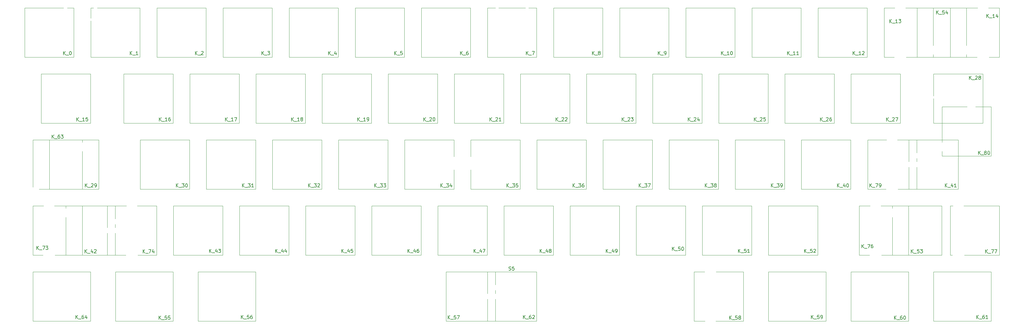
<source format=gto>
G04 #@! TF.GenerationSoftware,KiCad,Pcbnew,8.0.4*
G04 #@! TF.CreationDate,2024-08-26T20:04:34+02:00*
G04 #@! TF.ProjectId,keyboard,6b657962-6f61-4726-942e-6b696361645f,rev?*
G04 #@! TF.SameCoordinates,Original*
G04 #@! TF.FileFunction,Legend,Top*
G04 #@! TF.FilePolarity,Positive*
%FSLAX46Y46*%
G04 Gerber Fmt 4.6, Leading zero omitted, Abs format (unit mm)*
G04 Created by KiCad (PCBNEW 8.0.4) date 2024-08-26 20:04:34*
%MOMM*%
%LPD*%
G01*
G04 APERTURE LIST*
%ADD10C,0.160000*%
%ADD11C,0.120000*%
%ADD12C,1.750000*%
%ADD13C,4.000000*%
%ADD14C,2.500000*%
%ADD15O,4.900000X2.500000*%
%ADD16C,3.048000*%
%ADD17C,3.987800*%
%ADD18O,8.000000X5.000000*%
%ADD19O,10.000000X5.000000*%
%ADD20R,1.700000X1.700000*%
%ADD21O,1.700000X1.700000*%
%ADD22C,5.000000*%
%ADD23C,0.650000*%
%ADD24O,1.000000X1.800000*%
%ADD25O,1.000000X2.200000*%
%ADD26C,6.000000*%
G04 APERTURE END LIST*
D10*
X126954762Y-25554299D02*
X126954762Y-24554299D01*
X127526190Y-25554299D02*
X127097619Y-24982870D01*
X127526190Y-24554299D02*
X126954762Y-25125727D01*
X127716667Y-25649537D02*
X128478571Y-25649537D01*
X128669048Y-24649537D02*
X128716667Y-24601918D01*
X128716667Y-24601918D02*
X128811905Y-24554299D01*
X128811905Y-24554299D02*
X129050000Y-24554299D01*
X129050000Y-24554299D02*
X129145238Y-24601918D01*
X129145238Y-24601918D02*
X129192857Y-24649537D01*
X129192857Y-24649537D02*
X129240476Y-24744775D01*
X129240476Y-24744775D02*
X129240476Y-24840013D01*
X129240476Y-24840013D02*
X129192857Y-24982870D01*
X129192857Y-24982870D02*
X128621429Y-25554299D01*
X128621429Y-25554299D02*
X129240476Y-25554299D01*
X130192857Y-25554299D02*
X129621429Y-25554299D01*
X129907143Y-25554299D02*
X129907143Y-24554299D01*
X129907143Y-24554299D02*
X129811905Y-24697156D01*
X129811905Y-24697156D02*
X129716667Y-24792394D01*
X129716667Y-24792394D02*
X129621429Y-24840013D01*
X184104762Y-25554299D02*
X184104762Y-24554299D01*
X184676190Y-25554299D02*
X184247619Y-24982870D01*
X184676190Y-24554299D02*
X184104762Y-25125727D01*
X184866667Y-25649537D02*
X185628571Y-25649537D01*
X185819048Y-24649537D02*
X185866667Y-24601918D01*
X185866667Y-24601918D02*
X185961905Y-24554299D01*
X185961905Y-24554299D02*
X186200000Y-24554299D01*
X186200000Y-24554299D02*
X186295238Y-24601918D01*
X186295238Y-24601918D02*
X186342857Y-24649537D01*
X186342857Y-24649537D02*
X186390476Y-24744775D01*
X186390476Y-24744775D02*
X186390476Y-24840013D01*
X186390476Y-24840013D02*
X186342857Y-24982870D01*
X186342857Y-24982870D02*
X185771429Y-25554299D01*
X185771429Y-25554299D02*
X186390476Y-25554299D01*
X187247619Y-24887632D02*
X187247619Y-25554299D01*
X187009524Y-24506680D02*
X186771429Y-25220965D01*
X186771429Y-25220965D02*
X187390476Y-25220965D01*
X175480952Y-6454299D02*
X175480952Y-5454299D01*
X176052380Y-6454299D02*
X175623809Y-5882870D01*
X176052380Y-5454299D02*
X175480952Y-6025727D01*
X176242857Y-6549537D02*
X177004761Y-6549537D01*
X177290476Y-6454299D02*
X177480952Y-6454299D01*
X177480952Y-6454299D02*
X177576190Y-6406680D01*
X177576190Y-6406680D02*
X177623809Y-6359060D01*
X177623809Y-6359060D02*
X177719047Y-6216203D01*
X177719047Y-6216203D02*
X177766666Y-6025727D01*
X177766666Y-6025727D02*
X177766666Y-5644775D01*
X177766666Y-5644775D02*
X177719047Y-5549537D01*
X177719047Y-5549537D02*
X177671428Y-5501918D01*
X177671428Y-5501918D02*
X177576190Y-5454299D01*
X177576190Y-5454299D02*
X177385714Y-5454299D01*
X177385714Y-5454299D02*
X177290476Y-5501918D01*
X177290476Y-5501918D02*
X177242857Y-5549537D01*
X177242857Y-5549537D02*
X177195238Y-5644775D01*
X177195238Y-5644775D02*
X177195238Y-5882870D01*
X177195238Y-5882870D02*
X177242857Y-5978108D01*
X177242857Y-5978108D02*
X177290476Y-6025727D01*
X177290476Y-6025727D02*
X177385714Y-6073346D01*
X177385714Y-6073346D02*
X177576190Y-6073346D01*
X177576190Y-6073346D02*
X177671428Y-6025727D01*
X177671428Y-6025727D02*
X177719047Y-5978108D01*
X177719047Y-5978108D02*
X177766666Y-5882870D01*
X219598512Y-82654299D02*
X219598512Y-81654299D01*
X220169940Y-82654299D02*
X219741369Y-82082870D01*
X220169940Y-81654299D02*
X219598512Y-82225727D01*
X220360417Y-82749537D02*
X221122321Y-82749537D01*
X221836607Y-81654299D02*
X221360417Y-81654299D01*
X221360417Y-81654299D02*
X221312798Y-82130489D01*
X221312798Y-82130489D02*
X221360417Y-82082870D01*
X221360417Y-82082870D02*
X221455655Y-82035251D01*
X221455655Y-82035251D02*
X221693750Y-82035251D01*
X221693750Y-82035251D02*
X221788988Y-82082870D01*
X221788988Y-82082870D02*
X221836607Y-82130489D01*
X221836607Y-82130489D02*
X221884226Y-82225727D01*
X221884226Y-82225727D02*
X221884226Y-82463822D01*
X221884226Y-82463822D02*
X221836607Y-82559060D01*
X221836607Y-82559060D02*
X221788988Y-82606680D01*
X221788988Y-82606680D02*
X221693750Y-82654299D01*
X221693750Y-82654299D02*
X221455655Y-82654299D01*
X221455655Y-82654299D02*
X221360417Y-82606680D01*
X221360417Y-82606680D02*
X221312798Y-82559060D01*
X222360417Y-82654299D02*
X222550893Y-82654299D01*
X222550893Y-82654299D02*
X222646131Y-82606680D01*
X222646131Y-82606680D02*
X222693750Y-82559060D01*
X222693750Y-82559060D02*
X222788988Y-82416203D01*
X222788988Y-82416203D02*
X222836607Y-82225727D01*
X222836607Y-82225727D02*
X222836607Y-81844775D01*
X222836607Y-81844775D02*
X222788988Y-81749537D01*
X222788988Y-81749537D02*
X222741369Y-81701918D01*
X222741369Y-81701918D02*
X222646131Y-81654299D01*
X222646131Y-81654299D02*
X222455655Y-81654299D01*
X222455655Y-81654299D02*
X222360417Y-81701918D01*
X222360417Y-81701918D02*
X222312798Y-81749537D01*
X222312798Y-81749537D02*
X222265179Y-81844775D01*
X222265179Y-81844775D02*
X222265179Y-82082870D01*
X222265179Y-82082870D02*
X222312798Y-82178108D01*
X222312798Y-82178108D02*
X222360417Y-82225727D01*
X222360417Y-82225727D02*
X222455655Y-82273346D01*
X222455655Y-82273346D02*
X222646131Y-82273346D01*
X222646131Y-82273346D02*
X222741369Y-82225727D01*
X222741369Y-82225727D02*
X222788988Y-82178108D01*
X222788988Y-82178108D02*
X222836607Y-82082870D01*
X99480952Y-6454299D02*
X99480952Y-5454299D01*
X100052380Y-6454299D02*
X99623809Y-5882870D01*
X100052380Y-5454299D02*
X99480952Y-6025727D01*
X100242857Y-6549537D02*
X101004761Y-6549537D01*
X101719047Y-5454299D02*
X101242857Y-5454299D01*
X101242857Y-5454299D02*
X101195238Y-5930489D01*
X101195238Y-5930489D02*
X101242857Y-5882870D01*
X101242857Y-5882870D02*
X101338095Y-5835251D01*
X101338095Y-5835251D02*
X101576190Y-5835251D01*
X101576190Y-5835251D02*
X101671428Y-5882870D01*
X101671428Y-5882870D02*
X101719047Y-5930489D01*
X101719047Y-5930489D02*
X101766666Y-6025727D01*
X101766666Y-6025727D02*
X101766666Y-6263822D01*
X101766666Y-6263822D02*
X101719047Y-6359060D01*
X101719047Y-6359060D02*
X101671428Y-6406680D01*
X101671428Y-6406680D02*
X101576190Y-6454299D01*
X101576190Y-6454299D02*
X101338095Y-6454299D01*
X101338095Y-6454299D02*
X101242857Y-6406680D01*
X101242857Y-6406680D02*
X101195238Y-6359060D01*
X243511012Y-82854299D02*
X243511012Y-81854299D01*
X244082440Y-82854299D02*
X243653869Y-82282870D01*
X244082440Y-81854299D02*
X243511012Y-82425727D01*
X244272917Y-82949537D02*
X245034821Y-82949537D01*
X245701488Y-81854299D02*
X245511012Y-81854299D01*
X245511012Y-81854299D02*
X245415774Y-81901918D01*
X245415774Y-81901918D02*
X245368155Y-81949537D01*
X245368155Y-81949537D02*
X245272917Y-82092394D01*
X245272917Y-82092394D02*
X245225298Y-82282870D01*
X245225298Y-82282870D02*
X245225298Y-82663822D01*
X245225298Y-82663822D02*
X245272917Y-82759060D01*
X245272917Y-82759060D02*
X245320536Y-82806680D01*
X245320536Y-82806680D02*
X245415774Y-82854299D01*
X245415774Y-82854299D02*
X245606250Y-82854299D01*
X245606250Y-82854299D02*
X245701488Y-82806680D01*
X245701488Y-82806680D02*
X245749107Y-82759060D01*
X245749107Y-82759060D02*
X245796726Y-82663822D01*
X245796726Y-82663822D02*
X245796726Y-82425727D01*
X245796726Y-82425727D02*
X245749107Y-82330489D01*
X245749107Y-82330489D02*
X245701488Y-82282870D01*
X245701488Y-82282870D02*
X245606250Y-82235251D01*
X245606250Y-82235251D02*
X245415774Y-82235251D01*
X245415774Y-82235251D02*
X245320536Y-82282870D01*
X245320536Y-82282870D02*
X245272917Y-82330489D01*
X245272917Y-82330489D02*
X245225298Y-82425727D01*
X246415774Y-81854299D02*
X246511012Y-81854299D01*
X246511012Y-81854299D02*
X246606250Y-81901918D01*
X246606250Y-81901918D02*
X246653869Y-81949537D01*
X246653869Y-81949537D02*
X246701488Y-82044775D01*
X246701488Y-82044775D02*
X246749107Y-82235251D01*
X246749107Y-82235251D02*
X246749107Y-82473346D01*
X246749107Y-82473346D02*
X246701488Y-82663822D01*
X246701488Y-82663822D02*
X246653869Y-82759060D01*
X246653869Y-82759060D02*
X246606250Y-82806680D01*
X246606250Y-82806680D02*
X246511012Y-82854299D01*
X246511012Y-82854299D02*
X246415774Y-82854299D01*
X246415774Y-82854299D02*
X246320536Y-82806680D01*
X246320536Y-82806680D02*
X246272917Y-82759060D01*
X246272917Y-82759060D02*
X246225298Y-82663822D01*
X246225298Y-82663822D02*
X246177679Y-82473346D01*
X246177679Y-82473346D02*
X246177679Y-82235251D01*
X246177679Y-82235251D02*
X246225298Y-82044775D01*
X246225298Y-82044775D02*
X246272917Y-81949537D01*
X246272917Y-81949537D02*
X246320536Y-81901918D01*
X246320536Y-81901918D02*
X246415774Y-81854299D01*
X242154762Y2795700D02*
X242154762Y3795700D01*
X242726190Y2795700D02*
X242297619Y3367129D01*
X242726190Y3795700D02*
X242154762Y3224272D01*
X242916667Y2700462D02*
X243678571Y2700462D01*
X244440476Y2795700D02*
X243869048Y2795700D01*
X244154762Y2795700D02*
X244154762Y3795700D01*
X244154762Y3795700D02*
X244059524Y3652843D01*
X244059524Y3652843D02*
X243964286Y3557605D01*
X243964286Y3557605D02*
X243869048Y3509986D01*
X244773810Y3795700D02*
X245392857Y3795700D01*
X245392857Y3795700D02*
X245059524Y3414748D01*
X245059524Y3414748D02*
X245202381Y3414748D01*
X245202381Y3414748D02*
X245297619Y3367129D01*
X245297619Y3367129D02*
X245345238Y3319510D01*
X245345238Y3319510D02*
X245392857Y3224272D01*
X245392857Y3224272D02*
X245392857Y2986177D01*
X245392857Y2986177D02*
X245345238Y2890939D01*
X245345238Y2890939D02*
X245297619Y2843320D01*
X245297619Y2843320D02*
X245202381Y2795700D01*
X245202381Y2795700D02*
X244916667Y2795700D01*
X244916667Y2795700D02*
X244821429Y2843320D01*
X244821429Y2843320D02*
X244773810Y2890939D01*
X42080952Y-6454299D02*
X42080952Y-5454299D01*
X42652380Y-6454299D02*
X42223809Y-5882870D01*
X42652380Y-5454299D02*
X42080952Y-6025727D01*
X42842857Y-6549537D02*
X43604761Y-6549537D01*
X43795238Y-5549537D02*
X43842857Y-5501918D01*
X43842857Y-5501918D02*
X43938095Y-5454299D01*
X43938095Y-5454299D02*
X44176190Y-5454299D01*
X44176190Y-5454299D02*
X44271428Y-5501918D01*
X44271428Y-5501918D02*
X44319047Y-5549537D01*
X44319047Y-5549537D02*
X44366666Y-5644775D01*
X44366666Y-5644775D02*
X44366666Y-5740013D01*
X44366666Y-5740013D02*
X44319047Y-5882870D01*
X44319047Y-5882870D02*
X43747619Y-6454299D01*
X43747619Y-6454299D02*
X44366666Y-6454299D01*
X23280952Y-6454299D02*
X23280952Y-5454299D01*
X23852380Y-6454299D02*
X23423809Y-5882870D01*
X23852380Y-5454299D02*
X23280952Y-6025727D01*
X24042857Y-6549537D02*
X24804761Y-6549537D01*
X25566666Y-6454299D02*
X24995238Y-6454299D01*
X25280952Y-6454299D02*
X25280952Y-5454299D01*
X25280952Y-5454299D02*
X25185714Y-5597156D01*
X25185714Y-5597156D02*
X25090476Y-5692394D01*
X25090476Y-5692394D02*
X24995238Y-5740013D01*
X269804762Y-63654299D02*
X269804762Y-62654299D01*
X270376190Y-63654299D02*
X269947619Y-63082870D01*
X270376190Y-62654299D02*
X269804762Y-63225727D01*
X270566667Y-63749537D02*
X271328571Y-63749537D01*
X271471429Y-62654299D02*
X272138095Y-62654299D01*
X272138095Y-62654299D02*
X271709524Y-63654299D01*
X272423810Y-62654299D02*
X273090476Y-62654299D01*
X273090476Y-62654299D02*
X272661905Y-63654299D01*
X222204762Y-25554299D02*
X222204762Y-24554299D01*
X222776190Y-25554299D02*
X222347619Y-24982870D01*
X222776190Y-24554299D02*
X222204762Y-25125727D01*
X222966667Y-25649537D02*
X223728571Y-25649537D01*
X223919048Y-24649537D02*
X223966667Y-24601918D01*
X223966667Y-24601918D02*
X224061905Y-24554299D01*
X224061905Y-24554299D02*
X224300000Y-24554299D01*
X224300000Y-24554299D02*
X224395238Y-24601918D01*
X224395238Y-24601918D02*
X224442857Y-24649537D01*
X224442857Y-24649537D02*
X224490476Y-24744775D01*
X224490476Y-24744775D02*
X224490476Y-24840013D01*
X224490476Y-24840013D02*
X224442857Y-24982870D01*
X224442857Y-24982870D02*
X223871429Y-25554299D01*
X223871429Y-25554299D02*
X224490476Y-25554299D01*
X225347619Y-24554299D02*
X225157143Y-24554299D01*
X225157143Y-24554299D02*
X225061905Y-24601918D01*
X225061905Y-24601918D02*
X225014286Y-24649537D01*
X225014286Y-24649537D02*
X224919048Y-24792394D01*
X224919048Y-24792394D02*
X224871429Y-24982870D01*
X224871429Y-24982870D02*
X224871429Y-25363822D01*
X224871429Y-25363822D02*
X224919048Y-25459060D01*
X224919048Y-25459060D02*
X224966667Y-25506680D01*
X224966667Y-25506680D02*
X225061905Y-25554299D01*
X225061905Y-25554299D02*
X225252381Y-25554299D01*
X225252381Y-25554299D02*
X225347619Y-25506680D01*
X225347619Y-25506680D02*
X225395238Y-25459060D01*
X225395238Y-25459060D02*
X225442857Y-25363822D01*
X225442857Y-25363822D02*
X225442857Y-25125727D01*
X225442857Y-25125727D02*
X225395238Y-25030489D01*
X225395238Y-25030489D02*
X225347619Y-24982870D01*
X225347619Y-24982870D02*
X225252381Y-24935251D01*
X225252381Y-24935251D02*
X225061905Y-24935251D01*
X225061905Y-24935251D02*
X224966667Y-24982870D01*
X224966667Y-24982870D02*
X224919048Y-25030489D01*
X224919048Y-25030489D02*
X224871429Y-25125727D01*
X208042262Y-44654299D02*
X208042262Y-43654299D01*
X208613690Y-44654299D02*
X208185119Y-44082870D01*
X208613690Y-43654299D02*
X208042262Y-44225727D01*
X208804167Y-44749537D02*
X209566071Y-44749537D01*
X209708929Y-43654299D02*
X210327976Y-43654299D01*
X210327976Y-43654299D02*
X209994643Y-44035251D01*
X209994643Y-44035251D02*
X210137500Y-44035251D01*
X210137500Y-44035251D02*
X210232738Y-44082870D01*
X210232738Y-44082870D02*
X210280357Y-44130489D01*
X210280357Y-44130489D02*
X210327976Y-44225727D01*
X210327976Y-44225727D02*
X210327976Y-44463822D01*
X210327976Y-44463822D02*
X210280357Y-44559060D01*
X210280357Y-44559060D02*
X210232738Y-44606680D01*
X210232738Y-44606680D02*
X210137500Y-44654299D01*
X210137500Y-44654299D02*
X209851786Y-44654299D01*
X209851786Y-44654299D02*
X209756548Y-44606680D01*
X209756548Y-44606680D02*
X209708929Y-44559060D01*
X210804167Y-44654299D02*
X210994643Y-44654299D01*
X210994643Y-44654299D02*
X211089881Y-44606680D01*
X211089881Y-44606680D02*
X211137500Y-44559060D01*
X211137500Y-44559060D02*
X211232738Y-44416203D01*
X211232738Y-44416203D02*
X211280357Y-44225727D01*
X211280357Y-44225727D02*
X211280357Y-43844775D01*
X211280357Y-43844775D02*
X211232738Y-43749537D01*
X211232738Y-43749537D02*
X211185119Y-43701918D01*
X211185119Y-43701918D02*
X211089881Y-43654299D01*
X211089881Y-43654299D02*
X210899405Y-43654299D01*
X210899405Y-43654299D02*
X210804167Y-43701918D01*
X210804167Y-43701918D02*
X210756548Y-43749537D01*
X210756548Y-43749537D02*
X210708929Y-43844775D01*
X210708929Y-43844775D02*
X210708929Y-44082870D01*
X210708929Y-44082870D02*
X210756548Y-44178108D01*
X210756548Y-44178108D02*
X210804167Y-44225727D01*
X210804167Y-44225727D02*
X210899405Y-44273346D01*
X210899405Y-44273346D02*
X211089881Y-44273346D01*
X211089881Y-44273346D02*
X211185119Y-44225727D01*
X211185119Y-44225727D02*
X211232738Y-44178108D01*
X211232738Y-44178108D02*
X211280357Y-44082870D01*
X137480952Y-6454299D02*
X137480952Y-5454299D01*
X138052380Y-6454299D02*
X137623809Y-5882870D01*
X138052380Y-5454299D02*
X137480952Y-6025727D01*
X138242857Y-6549537D02*
X139004761Y-6549537D01*
X139147619Y-5454299D02*
X139814285Y-5454299D01*
X139814285Y-5454299D02*
X139385714Y-6454299D01*
X156480952Y-6454299D02*
X156480952Y-5454299D01*
X157052380Y-6454299D02*
X156623809Y-5882870D01*
X157052380Y-5454299D02*
X156480952Y-6025727D01*
X157242857Y-6549537D02*
X158004761Y-6549537D01*
X158385714Y-5882870D02*
X158290476Y-5835251D01*
X158290476Y-5835251D02*
X158242857Y-5787632D01*
X158242857Y-5787632D02*
X158195238Y-5692394D01*
X158195238Y-5692394D02*
X158195238Y-5644775D01*
X158195238Y-5644775D02*
X158242857Y-5549537D01*
X158242857Y-5549537D02*
X158290476Y-5501918D01*
X158290476Y-5501918D02*
X158385714Y-5454299D01*
X158385714Y-5454299D02*
X158576190Y-5454299D01*
X158576190Y-5454299D02*
X158671428Y-5501918D01*
X158671428Y-5501918D02*
X158719047Y-5549537D01*
X158719047Y-5549537D02*
X158766666Y-5644775D01*
X158766666Y-5644775D02*
X158766666Y-5692394D01*
X158766666Y-5692394D02*
X158719047Y-5787632D01*
X158719047Y-5787632D02*
X158671428Y-5835251D01*
X158671428Y-5835251D02*
X158576190Y-5882870D01*
X158576190Y-5882870D02*
X158385714Y-5882870D01*
X158385714Y-5882870D02*
X158290476Y-5930489D01*
X158290476Y-5930489D02*
X158242857Y-5978108D01*
X158242857Y-5978108D02*
X158195238Y-6073346D01*
X158195238Y-6073346D02*
X158195238Y-6263822D01*
X158195238Y-6263822D02*
X158242857Y-6359060D01*
X158242857Y-6359060D02*
X158290476Y-6406680D01*
X158290476Y-6406680D02*
X158385714Y-6454299D01*
X158385714Y-6454299D02*
X158576190Y-6454299D01*
X158576190Y-6454299D02*
X158671428Y-6406680D01*
X158671428Y-6406680D02*
X158719047Y-6359060D01*
X158719047Y-6359060D02*
X158766666Y-6263822D01*
X158766666Y-6263822D02*
X158766666Y-6073346D01*
X158766666Y-6073346D02*
X158719047Y-5978108D01*
X158719047Y-5978108D02*
X158671428Y-5930489D01*
X158671428Y-5930489D02*
X158576190Y-5882870D01*
X267223512Y-82654299D02*
X267223512Y-81654299D01*
X267794940Y-82654299D02*
X267366369Y-82082870D01*
X267794940Y-81654299D02*
X267223512Y-82225727D01*
X267985417Y-82749537D02*
X268747321Y-82749537D01*
X269413988Y-81654299D02*
X269223512Y-81654299D01*
X269223512Y-81654299D02*
X269128274Y-81701918D01*
X269128274Y-81701918D02*
X269080655Y-81749537D01*
X269080655Y-81749537D02*
X268985417Y-81892394D01*
X268985417Y-81892394D02*
X268937798Y-82082870D01*
X268937798Y-82082870D02*
X268937798Y-82463822D01*
X268937798Y-82463822D02*
X268985417Y-82559060D01*
X268985417Y-82559060D02*
X269033036Y-82606680D01*
X269033036Y-82606680D02*
X269128274Y-82654299D01*
X269128274Y-82654299D02*
X269318750Y-82654299D01*
X269318750Y-82654299D02*
X269413988Y-82606680D01*
X269413988Y-82606680D02*
X269461607Y-82559060D01*
X269461607Y-82559060D02*
X269509226Y-82463822D01*
X269509226Y-82463822D02*
X269509226Y-82225727D01*
X269509226Y-82225727D02*
X269461607Y-82130489D01*
X269461607Y-82130489D02*
X269413988Y-82082870D01*
X269413988Y-82082870D02*
X269318750Y-82035251D01*
X269318750Y-82035251D02*
X269128274Y-82035251D01*
X269128274Y-82035251D02*
X269033036Y-82082870D01*
X269033036Y-82082870D02*
X268985417Y-82130489D01*
X268985417Y-82130489D02*
X268937798Y-82225727D01*
X270461607Y-82654299D02*
X269890179Y-82654299D01*
X270175893Y-82654299D02*
X270175893Y-81654299D01*
X270175893Y-81654299D02*
X270080655Y-81797156D01*
X270080655Y-81797156D02*
X269985417Y-81892394D01*
X269985417Y-81892394D02*
X269890179Y-81940013D01*
X36592262Y-44654299D02*
X36592262Y-43654299D01*
X37163690Y-44654299D02*
X36735119Y-44082870D01*
X37163690Y-43654299D02*
X36592262Y-44225727D01*
X37354167Y-44749537D02*
X38116071Y-44749537D01*
X38258929Y-43654299D02*
X38877976Y-43654299D01*
X38877976Y-43654299D02*
X38544643Y-44035251D01*
X38544643Y-44035251D02*
X38687500Y-44035251D01*
X38687500Y-44035251D02*
X38782738Y-44082870D01*
X38782738Y-44082870D02*
X38830357Y-44130489D01*
X38830357Y-44130489D02*
X38877976Y-44225727D01*
X38877976Y-44225727D02*
X38877976Y-44463822D01*
X38877976Y-44463822D02*
X38830357Y-44559060D01*
X38830357Y-44559060D02*
X38782738Y-44606680D01*
X38782738Y-44606680D02*
X38687500Y-44654299D01*
X38687500Y-44654299D02*
X38401786Y-44654299D01*
X38401786Y-44654299D02*
X38306548Y-44606680D01*
X38306548Y-44606680D02*
X38258929Y-44559060D01*
X39497024Y-43654299D02*
X39592262Y-43654299D01*
X39592262Y-43654299D02*
X39687500Y-43701918D01*
X39687500Y-43701918D02*
X39735119Y-43749537D01*
X39735119Y-43749537D02*
X39782738Y-43844775D01*
X39782738Y-43844775D02*
X39830357Y-44035251D01*
X39830357Y-44035251D02*
X39830357Y-44273346D01*
X39830357Y-44273346D02*
X39782738Y-44463822D01*
X39782738Y-44463822D02*
X39735119Y-44559060D01*
X39735119Y-44559060D02*
X39687500Y-44606680D01*
X39687500Y-44606680D02*
X39592262Y-44654299D01*
X39592262Y-44654299D02*
X39497024Y-44654299D01*
X39497024Y-44654299D02*
X39401786Y-44606680D01*
X39401786Y-44606680D02*
X39354167Y-44559060D01*
X39354167Y-44559060D02*
X39306548Y-44463822D01*
X39306548Y-44463822D02*
X39258929Y-44273346D01*
X39258929Y-44273346D02*
X39258929Y-44035251D01*
X39258929Y-44035251D02*
X39306548Y-43844775D01*
X39306548Y-43844775D02*
X39354167Y-43749537D01*
X39354167Y-43749537D02*
X39401786Y-43701918D01*
X39401786Y-43701918D02*
X39497024Y-43654299D01*
X236454762Y-44654299D02*
X236454762Y-43654299D01*
X237026190Y-44654299D02*
X236597619Y-44082870D01*
X237026190Y-43654299D02*
X236454762Y-44225727D01*
X237216667Y-44749537D02*
X237978571Y-44749537D01*
X238121429Y-43654299D02*
X238788095Y-43654299D01*
X238788095Y-43654299D02*
X238359524Y-44654299D01*
X239216667Y-44654299D02*
X239407143Y-44654299D01*
X239407143Y-44654299D02*
X239502381Y-44606680D01*
X239502381Y-44606680D02*
X239550000Y-44559060D01*
X239550000Y-44559060D02*
X239645238Y-44416203D01*
X239645238Y-44416203D02*
X239692857Y-44225727D01*
X239692857Y-44225727D02*
X239692857Y-43844775D01*
X239692857Y-43844775D02*
X239645238Y-43749537D01*
X239645238Y-43749537D02*
X239597619Y-43701918D01*
X239597619Y-43701918D02*
X239502381Y-43654299D01*
X239502381Y-43654299D02*
X239311905Y-43654299D01*
X239311905Y-43654299D02*
X239216667Y-43701918D01*
X239216667Y-43701918D02*
X239169048Y-43749537D01*
X239169048Y-43749537D02*
X239121429Y-43844775D01*
X239121429Y-43844775D02*
X239121429Y-44082870D01*
X239121429Y-44082870D02*
X239169048Y-44178108D01*
X239169048Y-44178108D02*
X239216667Y-44225727D01*
X239216667Y-44225727D02*
X239311905Y-44273346D01*
X239311905Y-44273346D02*
X239502381Y-44273346D01*
X239502381Y-44273346D02*
X239597619Y-44225727D01*
X239597619Y-44225727D02*
X239645238Y-44178108D01*
X239645238Y-44178108D02*
X239692857Y-44082870D01*
X4080952Y-6454299D02*
X4080952Y-5454299D01*
X4652380Y-6454299D02*
X4223809Y-5882870D01*
X4652380Y-5454299D02*
X4080952Y-6025727D01*
X4842857Y-6549537D02*
X5604761Y-6549537D01*
X6033333Y-5454299D02*
X6128571Y-5454299D01*
X6128571Y-5454299D02*
X6223809Y-5501918D01*
X6223809Y-5501918D02*
X6271428Y-5549537D01*
X6271428Y-5549537D02*
X6319047Y-5644775D01*
X6319047Y-5644775D02*
X6366666Y-5835251D01*
X6366666Y-5835251D02*
X6366666Y-6073346D01*
X6366666Y-6073346D02*
X6319047Y-6263822D01*
X6319047Y-6263822D02*
X6271428Y-6359060D01*
X6271428Y-6359060D02*
X6223809Y-6406680D01*
X6223809Y-6406680D02*
X6128571Y-6454299D01*
X6128571Y-6454299D02*
X6033333Y-6454299D01*
X6033333Y-6454299D02*
X5938095Y-6406680D01*
X5938095Y-6406680D02*
X5890476Y-6359060D01*
X5890476Y-6359060D02*
X5842857Y-6263822D01*
X5842857Y-6263822D02*
X5795238Y-6073346D01*
X5795238Y-6073346D02*
X5795238Y-5835251D01*
X5795238Y-5835251D02*
X5842857Y-5644775D01*
X5842857Y-5644775D02*
X5890476Y-5549537D01*
X5890476Y-5549537D02*
X5938095Y-5501918D01*
X5938095Y-5501918D02*
X6033333Y-5454299D01*
X-3595237Y-62704299D02*
X-3595237Y-61704299D01*
X-3023809Y-62704299D02*
X-3452380Y-62132870D01*
X-3023809Y-61704299D02*
X-3595237Y-62275727D01*
X-2833333Y-62799537D02*
X-2071428Y-62799537D01*
X-1928570Y-61704299D02*
X-1261904Y-61704299D01*
X-1261904Y-61704299D02*
X-1690475Y-62704299D01*
X-976189Y-61704299D02*
X-357142Y-61704299D01*
X-357142Y-61704299D02*
X-690475Y-62085251D01*
X-690475Y-62085251D02*
X-547618Y-62085251D01*
X-547618Y-62085251D02*
X-452380Y-62132870D01*
X-452380Y-62132870D02*
X-404761Y-62180489D01*
X-404761Y-62180489D02*
X-357142Y-62275727D01*
X-357142Y-62275727D02*
X-357142Y-62513822D01*
X-357142Y-62513822D02*
X-404761Y-62609060D01*
X-404761Y-62609060D02*
X-452380Y-62656680D01*
X-452380Y-62656680D02*
X-547618Y-62704299D01*
X-547618Y-62704299D02*
X-833332Y-62704299D01*
X-833332Y-62704299D02*
X-928570Y-62656680D01*
X-928570Y-62656680D02*
X-976189Y-62609060D01*
X203154762Y-25554299D02*
X203154762Y-24554299D01*
X203726190Y-25554299D02*
X203297619Y-24982870D01*
X203726190Y-24554299D02*
X203154762Y-25125727D01*
X203916667Y-25649537D02*
X204678571Y-25649537D01*
X204869048Y-24649537D02*
X204916667Y-24601918D01*
X204916667Y-24601918D02*
X205011905Y-24554299D01*
X205011905Y-24554299D02*
X205250000Y-24554299D01*
X205250000Y-24554299D02*
X205345238Y-24601918D01*
X205345238Y-24601918D02*
X205392857Y-24649537D01*
X205392857Y-24649537D02*
X205440476Y-24744775D01*
X205440476Y-24744775D02*
X205440476Y-24840013D01*
X205440476Y-24840013D02*
X205392857Y-24982870D01*
X205392857Y-24982870D02*
X204821429Y-25554299D01*
X204821429Y-25554299D02*
X205440476Y-25554299D01*
X206345238Y-24554299D02*
X205869048Y-24554299D01*
X205869048Y-24554299D02*
X205821429Y-25030489D01*
X205821429Y-25030489D02*
X205869048Y-24982870D01*
X205869048Y-24982870D02*
X205964286Y-24935251D01*
X205964286Y-24935251D02*
X206202381Y-24935251D01*
X206202381Y-24935251D02*
X206297619Y-24982870D01*
X206297619Y-24982870D02*
X206345238Y-25030489D01*
X206345238Y-25030489D02*
X206392857Y-25125727D01*
X206392857Y-25125727D02*
X206392857Y-25363822D01*
X206392857Y-25363822D02*
X206345238Y-25459060D01*
X206345238Y-25459060D02*
X206297619Y-25506680D01*
X206297619Y-25506680D02*
X206202381Y-25554299D01*
X206202381Y-25554299D02*
X205964286Y-25554299D01*
X205964286Y-25554299D02*
X205869048Y-25506680D01*
X205869048Y-25506680D02*
X205821429Y-25459060D01*
X258154762Y-44654299D02*
X258154762Y-43654299D01*
X258726190Y-44654299D02*
X258297619Y-44082870D01*
X258726190Y-43654299D02*
X258154762Y-44225727D01*
X258916667Y-44749537D02*
X259678571Y-44749537D01*
X260345238Y-43987632D02*
X260345238Y-44654299D01*
X260107143Y-43606680D02*
X259869048Y-44320965D01*
X259869048Y-44320965D02*
X260488095Y-44320965D01*
X261392857Y-44654299D02*
X260821429Y-44654299D01*
X261107143Y-44654299D02*
X261107143Y-43654299D01*
X261107143Y-43654299D02*
X261011905Y-43797156D01*
X261011905Y-43797156D02*
X260916667Y-43892394D01*
X260916667Y-43892394D02*
X260821429Y-43940013D01*
X160454762Y-63554299D02*
X160454762Y-62554299D01*
X161026190Y-63554299D02*
X160597619Y-62982870D01*
X161026190Y-62554299D02*
X160454762Y-63125727D01*
X161216667Y-63649537D02*
X161978571Y-63649537D01*
X162645238Y-62887632D02*
X162645238Y-63554299D01*
X162407143Y-62506680D02*
X162169048Y-63220965D01*
X162169048Y-63220965D02*
X162788095Y-63220965D01*
X163216667Y-63554299D02*
X163407143Y-63554299D01*
X163407143Y-63554299D02*
X163502381Y-63506680D01*
X163502381Y-63506680D02*
X163550000Y-63459060D01*
X163550000Y-63459060D02*
X163645238Y-63316203D01*
X163645238Y-63316203D02*
X163692857Y-63125727D01*
X163692857Y-63125727D02*
X163692857Y-62744775D01*
X163692857Y-62744775D02*
X163645238Y-62649537D01*
X163645238Y-62649537D02*
X163597619Y-62601918D01*
X163597619Y-62601918D02*
X163502381Y-62554299D01*
X163502381Y-62554299D02*
X163311905Y-62554299D01*
X163311905Y-62554299D02*
X163216667Y-62601918D01*
X163216667Y-62601918D02*
X163169048Y-62649537D01*
X163169048Y-62649537D02*
X163121429Y-62744775D01*
X163121429Y-62744775D02*
X163121429Y-62982870D01*
X163121429Y-62982870D02*
X163169048Y-63078108D01*
X163169048Y-63078108D02*
X163216667Y-63125727D01*
X163216667Y-63125727D02*
X163311905Y-63173346D01*
X163311905Y-63173346D02*
X163502381Y-63173346D01*
X163502381Y-63173346D02*
X163597619Y-63125727D01*
X163597619Y-63125727D02*
X163645238Y-63078108D01*
X163645238Y-63078108D02*
X163692857Y-62982870D01*
X103304762Y-63554299D02*
X103304762Y-62554299D01*
X103876190Y-63554299D02*
X103447619Y-62982870D01*
X103876190Y-62554299D02*
X103304762Y-63125727D01*
X104066667Y-63649537D02*
X104828571Y-63649537D01*
X105495238Y-62887632D02*
X105495238Y-63554299D01*
X105257143Y-62506680D02*
X105019048Y-63220965D01*
X105019048Y-63220965D02*
X105638095Y-63220965D01*
X106447619Y-62554299D02*
X106257143Y-62554299D01*
X106257143Y-62554299D02*
X106161905Y-62601918D01*
X106161905Y-62601918D02*
X106114286Y-62649537D01*
X106114286Y-62649537D02*
X106019048Y-62792394D01*
X106019048Y-62792394D02*
X105971429Y-62982870D01*
X105971429Y-62982870D02*
X105971429Y-63363822D01*
X105971429Y-63363822D02*
X106019048Y-63459060D01*
X106019048Y-63459060D02*
X106066667Y-63506680D01*
X106066667Y-63506680D02*
X106161905Y-63554299D01*
X106161905Y-63554299D02*
X106352381Y-63554299D01*
X106352381Y-63554299D02*
X106447619Y-63506680D01*
X106447619Y-63506680D02*
X106495238Y-63459060D01*
X106495238Y-63459060D02*
X106542857Y-63363822D01*
X106542857Y-63363822D02*
X106542857Y-63125727D01*
X106542857Y-63125727D02*
X106495238Y-63030489D01*
X106495238Y-63030489D02*
X106447619Y-62982870D01*
X106447619Y-62982870D02*
X106352381Y-62935251D01*
X106352381Y-62935251D02*
X106161905Y-62935251D01*
X106161905Y-62935251D02*
X106066667Y-62982870D01*
X106066667Y-62982870D02*
X106019048Y-63030489D01*
X106019048Y-63030489D02*
X105971429Y-63125727D01*
X118480952Y-6454299D02*
X118480952Y-5454299D01*
X119052380Y-6454299D02*
X118623809Y-5882870D01*
X119052380Y-5454299D02*
X118480952Y-6025727D01*
X119242857Y-6549537D02*
X120004761Y-6549537D01*
X120671428Y-5454299D02*
X120480952Y-5454299D01*
X120480952Y-5454299D02*
X120385714Y-5501918D01*
X120385714Y-5501918D02*
X120338095Y-5549537D01*
X120338095Y-5549537D02*
X120242857Y-5692394D01*
X120242857Y-5692394D02*
X120195238Y-5882870D01*
X120195238Y-5882870D02*
X120195238Y-6263822D01*
X120195238Y-6263822D02*
X120242857Y-6359060D01*
X120242857Y-6359060D02*
X120290476Y-6406680D01*
X120290476Y-6406680D02*
X120385714Y-6454299D01*
X120385714Y-6454299D02*
X120576190Y-6454299D01*
X120576190Y-6454299D02*
X120671428Y-6406680D01*
X120671428Y-6406680D02*
X120719047Y-6359060D01*
X120719047Y-6359060D02*
X120766666Y-6263822D01*
X120766666Y-6263822D02*
X120766666Y-6025727D01*
X120766666Y-6025727D02*
X120719047Y-5930489D01*
X120719047Y-5930489D02*
X120671428Y-5882870D01*
X120671428Y-5882870D02*
X120576190Y-5835251D01*
X120576190Y-5835251D02*
X120385714Y-5835251D01*
X120385714Y-5835251D02*
X120290476Y-5882870D01*
X120290476Y-5882870D02*
X120242857Y-5930489D01*
X120242857Y-5930489D02*
X120195238Y-6025727D01*
X193654762Y-6454299D02*
X193654762Y-5454299D01*
X194226190Y-6454299D02*
X193797619Y-5882870D01*
X194226190Y-5454299D02*
X193654762Y-6025727D01*
X194416667Y-6549537D02*
X195178571Y-6549537D01*
X195940476Y-6454299D02*
X195369048Y-6454299D01*
X195654762Y-6454299D02*
X195654762Y-5454299D01*
X195654762Y-5454299D02*
X195559524Y-5597156D01*
X195559524Y-5597156D02*
X195464286Y-5692394D01*
X195464286Y-5692394D02*
X195369048Y-5740013D01*
X196559524Y-5454299D02*
X196654762Y-5454299D01*
X196654762Y-5454299D02*
X196750000Y-5501918D01*
X196750000Y-5501918D02*
X196797619Y-5549537D01*
X196797619Y-5549537D02*
X196845238Y-5644775D01*
X196845238Y-5644775D02*
X196892857Y-5835251D01*
X196892857Y-5835251D02*
X196892857Y-6073346D01*
X196892857Y-6073346D02*
X196845238Y-6263822D01*
X196845238Y-6263822D02*
X196797619Y-6359060D01*
X196797619Y-6359060D02*
X196750000Y-6406680D01*
X196750000Y-6406680D02*
X196654762Y-6454299D01*
X196654762Y-6454299D02*
X196559524Y-6454299D01*
X196559524Y-6454299D02*
X196464286Y-6406680D01*
X196464286Y-6406680D02*
X196416667Y-6359060D01*
X196416667Y-6359060D02*
X196369048Y-6263822D01*
X196369048Y-6263822D02*
X196321429Y-6073346D01*
X196321429Y-6073346D02*
X196321429Y-5835251D01*
X196321429Y-5835251D02*
X196369048Y-5644775D01*
X196369048Y-5644775D02*
X196416667Y-5549537D01*
X196416667Y-5549537D02*
X196464286Y-5501918D01*
X196464286Y-5501918D02*
X196559524Y-5454299D01*
X255654762Y5295700D02*
X255654762Y6295700D01*
X256226190Y5295700D02*
X255797619Y5867129D01*
X256226190Y6295700D02*
X255654762Y5724272D01*
X256416667Y5200462D02*
X257178571Y5200462D01*
X257892857Y6295700D02*
X257416667Y6295700D01*
X257416667Y6295700D02*
X257369048Y5819510D01*
X257369048Y5819510D02*
X257416667Y5867129D01*
X257416667Y5867129D02*
X257511905Y5914748D01*
X257511905Y5914748D02*
X257750000Y5914748D01*
X257750000Y5914748D02*
X257845238Y5867129D01*
X257845238Y5867129D02*
X257892857Y5819510D01*
X257892857Y5819510D02*
X257940476Y5724272D01*
X257940476Y5724272D02*
X257940476Y5486177D01*
X257940476Y5486177D02*
X257892857Y5390939D01*
X257892857Y5390939D02*
X257845238Y5343320D01*
X257845238Y5343320D02*
X257750000Y5295700D01*
X257750000Y5295700D02*
X257511905Y5295700D01*
X257511905Y5295700D02*
X257416667Y5343320D01*
X257416667Y5343320D02*
X257369048Y5390939D01*
X258797619Y5962367D02*
X258797619Y5295700D01*
X258559524Y6343320D02*
X258321429Y5629034D01*
X258321429Y5629034D02*
X258940476Y5629034D01*
X241254762Y-25554299D02*
X241254762Y-24554299D01*
X241826190Y-25554299D02*
X241397619Y-24982870D01*
X241826190Y-24554299D02*
X241254762Y-25125727D01*
X242016667Y-25649537D02*
X242778571Y-25649537D01*
X242969048Y-24649537D02*
X243016667Y-24601918D01*
X243016667Y-24601918D02*
X243111905Y-24554299D01*
X243111905Y-24554299D02*
X243350000Y-24554299D01*
X243350000Y-24554299D02*
X243445238Y-24601918D01*
X243445238Y-24601918D02*
X243492857Y-24649537D01*
X243492857Y-24649537D02*
X243540476Y-24744775D01*
X243540476Y-24744775D02*
X243540476Y-24840013D01*
X243540476Y-24840013D02*
X243492857Y-24982870D01*
X243492857Y-24982870D02*
X242921429Y-25554299D01*
X242921429Y-25554299D02*
X243540476Y-25554299D01*
X243873810Y-24554299D02*
X244540476Y-24554299D01*
X244540476Y-24554299D02*
X244111905Y-25554299D01*
X107904762Y-25554299D02*
X107904762Y-24554299D01*
X108476190Y-25554299D02*
X108047619Y-24982870D01*
X108476190Y-24554299D02*
X107904762Y-25125727D01*
X108666667Y-25649537D02*
X109428571Y-25649537D01*
X109619048Y-24649537D02*
X109666667Y-24601918D01*
X109666667Y-24601918D02*
X109761905Y-24554299D01*
X109761905Y-24554299D02*
X110000000Y-24554299D01*
X110000000Y-24554299D02*
X110095238Y-24601918D01*
X110095238Y-24601918D02*
X110142857Y-24649537D01*
X110142857Y-24649537D02*
X110190476Y-24744775D01*
X110190476Y-24744775D02*
X110190476Y-24840013D01*
X110190476Y-24840013D02*
X110142857Y-24982870D01*
X110142857Y-24982870D02*
X109571429Y-25554299D01*
X109571429Y-25554299D02*
X110190476Y-25554299D01*
X110809524Y-24554299D02*
X110904762Y-24554299D01*
X110904762Y-24554299D02*
X111000000Y-24601918D01*
X111000000Y-24601918D02*
X111047619Y-24649537D01*
X111047619Y-24649537D02*
X111095238Y-24744775D01*
X111095238Y-24744775D02*
X111142857Y-24935251D01*
X111142857Y-24935251D02*
X111142857Y-25173346D01*
X111142857Y-25173346D02*
X111095238Y-25363822D01*
X111095238Y-25363822D02*
X111047619Y-25459060D01*
X111047619Y-25459060D02*
X111000000Y-25506680D01*
X111000000Y-25506680D02*
X110904762Y-25554299D01*
X110904762Y-25554299D02*
X110809524Y-25554299D01*
X110809524Y-25554299D02*
X110714286Y-25506680D01*
X110714286Y-25506680D02*
X110666667Y-25459060D01*
X110666667Y-25459060D02*
X110619048Y-25363822D01*
X110619048Y-25363822D02*
X110571429Y-25173346D01*
X110571429Y-25173346D02*
X110571429Y-24935251D01*
X110571429Y-24935251D02*
X110619048Y-24744775D01*
X110619048Y-24744775D02*
X110666667Y-24649537D01*
X110666667Y-24649537D02*
X110714286Y-24601918D01*
X110714286Y-24601918D02*
X110809524Y-24554299D01*
X267754762Y-35254299D02*
X267754762Y-34254299D01*
X268326190Y-35254299D02*
X267897619Y-34682870D01*
X268326190Y-34254299D02*
X267754762Y-34825727D01*
X268516667Y-35349537D02*
X269278571Y-35349537D01*
X269659524Y-34682870D02*
X269564286Y-34635251D01*
X269564286Y-34635251D02*
X269516667Y-34587632D01*
X269516667Y-34587632D02*
X269469048Y-34492394D01*
X269469048Y-34492394D02*
X269469048Y-34444775D01*
X269469048Y-34444775D02*
X269516667Y-34349537D01*
X269516667Y-34349537D02*
X269564286Y-34301918D01*
X269564286Y-34301918D02*
X269659524Y-34254299D01*
X269659524Y-34254299D02*
X269850000Y-34254299D01*
X269850000Y-34254299D02*
X269945238Y-34301918D01*
X269945238Y-34301918D02*
X269992857Y-34349537D01*
X269992857Y-34349537D02*
X270040476Y-34444775D01*
X270040476Y-34444775D02*
X270040476Y-34492394D01*
X270040476Y-34492394D02*
X269992857Y-34587632D01*
X269992857Y-34587632D02*
X269945238Y-34635251D01*
X269945238Y-34635251D02*
X269850000Y-34682870D01*
X269850000Y-34682870D02*
X269659524Y-34682870D01*
X269659524Y-34682870D02*
X269564286Y-34730489D01*
X269564286Y-34730489D02*
X269516667Y-34778108D01*
X269516667Y-34778108D02*
X269469048Y-34873346D01*
X269469048Y-34873346D02*
X269469048Y-35063822D01*
X269469048Y-35063822D02*
X269516667Y-35159060D01*
X269516667Y-35159060D02*
X269564286Y-35206680D01*
X269564286Y-35206680D02*
X269659524Y-35254299D01*
X269659524Y-35254299D02*
X269850000Y-35254299D01*
X269850000Y-35254299D02*
X269945238Y-35206680D01*
X269945238Y-35206680D02*
X269992857Y-35159060D01*
X269992857Y-35159060D02*
X270040476Y-35063822D01*
X270040476Y-35063822D02*
X270040476Y-34873346D01*
X270040476Y-34873346D02*
X269992857Y-34778108D01*
X269992857Y-34778108D02*
X269945238Y-34730489D01*
X269945238Y-34730489D02*
X269850000Y-34682870D01*
X270659524Y-34254299D02*
X270754762Y-34254299D01*
X270754762Y-34254299D02*
X270850000Y-34301918D01*
X270850000Y-34301918D02*
X270897619Y-34349537D01*
X270897619Y-34349537D02*
X270945238Y-34444775D01*
X270945238Y-34444775D02*
X270992857Y-34635251D01*
X270992857Y-34635251D02*
X270992857Y-34873346D01*
X270992857Y-34873346D02*
X270945238Y-35063822D01*
X270945238Y-35063822D02*
X270897619Y-35159060D01*
X270897619Y-35159060D02*
X270850000Y-35206680D01*
X270850000Y-35206680D02*
X270754762Y-35254299D01*
X270754762Y-35254299D02*
X270659524Y-35254299D01*
X270659524Y-35254299D02*
X270564286Y-35206680D01*
X270564286Y-35206680D02*
X270516667Y-35159060D01*
X270516667Y-35159060D02*
X270469048Y-35063822D01*
X270469048Y-35063822D02*
X270421429Y-34873346D01*
X270421429Y-34873346D02*
X270421429Y-34635251D01*
X270421429Y-34635251D02*
X270469048Y-34444775D01*
X270469048Y-34444775D02*
X270516667Y-34349537D01*
X270516667Y-34349537D02*
X270564286Y-34301918D01*
X270564286Y-34301918D02*
X270659524Y-34254299D01*
X131842262Y-44654299D02*
X131842262Y-43654299D01*
X132413690Y-44654299D02*
X131985119Y-44082870D01*
X132413690Y-43654299D02*
X131842262Y-44225727D01*
X132604167Y-44749537D02*
X133366071Y-44749537D01*
X133508929Y-43654299D02*
X134127976Y-43654299D01*
X134127976Y-43654299D02*
X133794643Y-44035251D01*
X133794643Y-44035251D02*
X133937500Y-44035251D01*
X133937500Y-44035251D02*
X134032738Y-44082870D01*
X134032738Y-44082870D02*
X134080357Y-44130489D01*
X134080357Y-44130489D02*
X134127976Y-44225727D01*
X134127976Y-44225727D02*
X134127976Y-44463822D01*
X134127976Y-44463822D02*
X134080357Y-44559060D01*
X134080357Y-44559060D02*
X134032738Y-44606680D01*
X134032738Y-44606680D02*
X133937500Y-44654299D01*
X133937500Y-44654299D02*
X133651786Y-44654299D01*
X133651786Y-44654299D02*
X133556548Y-44606680D01*
X133556548Y-44606680D02*
X133508929Y-44559060D01*
X135032738Y-43654299D02*
X134556548Y-43654299D01*
X134556548Y-43654299D02*
X134508929Y-44130489D01*
X134508929Y-44130489D02*
X134556548Y-44082870D01*
X134556548Y-44082870D02*
X134651786Y-44035251D01*
X134651786Y-44035251D02*
X134889881Y-44035251D01*
X134889881Y-44035251D02*
X134985119Y-44082870D01*
X134985119Y-44082870D02*
X135032738Y-44130489D01*
X135032738Y-44130489D02*
X135080357Y-44225727D01*
X135080357Y-44225727D02*
X135080357Y-44463822D01*
X135080357Y-44463822D02*
X135032738Y-44559060D01*
X135032738Y-44559060D02*
X134985119Y-44606680D01*
X134985119Y-44606680D02*
X134889881Y-44654299D01*
X134889881Y-44654299D02*
X134651786Y-44654299D01*
X134651786Y-44654299D02*
X134556548Y-44606680D01*
X134556548Y-44606680D02*
X134508929Y-44559060D01*
X169942262Y-44654299D02*
X169942262Y-43654299D01*
X170513690Y-44654299D02*
X170085119Y-44082870D01*
X170513690Y-43654299D02*
X169942262Y-44225727D01*
X170704167Y-44749537D02*
X171466071Y-44749537D01*
X171608929Y-43654299D02*
X172227976Y-43654299D01*
X172227976Y-43654299D02*
X171894643Y-44035251D01*
X171894643Y-44035251D02*
X172037500Y-44035251D01*
X172037500Y-44035251D02*
X172132738Y-44082870D01*
X172132738Y-44082870D02*
X172180357Y-44130489D01*
X172180357Y-44130489D02*
X172227976Y-44225727D01*
X172227976Y-44225727D02*
X172227976Y-44463822D01*
X172227976Y-44463822D02*
X172180357Y-44559060D01*
X172180357Y-44559060D02*
X172132738Y-44606680D01*
X172132738Y-44606680D02*
X172037500Y-44654299D01*
X172037500Y-44654299D02*
X171751786Y-44654299D01*
X171751786Y-44654299D02*
X171656548Y-44606680D01*
X171656548Y-44606680D02*
X171608929Y-44559060D01*
X172561310Y-43654299D02*
X173227976Y-43654299D01*
X173227976Y-43654299D02*
X172799405Y-44654299D01*
X7686012Y-82654299D02*
X7686012Y-81654299D01*
X8257440Y-82654299D02*
X7828869Y-82082870D01*
X8257440Y-81654299D02*
X7686012Y-82225727D01*
X8447917Y-82749537D02*
X9209821Y-82749537D01*
X9876488Y-81654299D02*
X9686012Y-81654299D01*
X9686012Y-81654299D02*
X9590774Y-81701918D01*
X9590774Y-81701918D02*
X9543155Y-81749537D01*
X9543155Y-81749537D02*
X9447917Y-81892394D01*
X9447917Y-81892394D02*
X9400298Y-82082870D01*
X9400298Y-82082870D02*
X9400298Y-82463822D01*
X9400298Y-82463822D02*
X9447917Y-82559060D01*
X9447917Y-82559060D02*
X9495536Y-82606680D01*
X9495536Y-82606680D02*
X9590774Y-82654299D01*
X9590774Y-82654299D02*
X9781250Y-82654299D01*
X9781250Y-82654299D02*
X9876488Y-82606680D01*
X9876488Y-82606680D02*
X9924107Y-82559060D01*
X9924107Y-82559060D02*
X9971726Y-82463822D01*
X9971726Y-82463822D02*
X9971726Y-82225727D01*
X9971726Y-82225727D02*
X9924107Y-82130489D01*
X9924107Y-82130489D02*
X9876488Y-82082870D01*
X9876488Y-82082870D02*
X9781250Y-82035251D01*
X9781250Y-82035251D02*
X9590774Y-82035251D01*
X9590774Y-82035251D02*
X9495536Y-82082870D01*
X9495536Y-82082870D02*
X9447917Y-82130489D01*
X9447917Y-82130489D02*
X9400298Y-82225727D01*
X10828869Y-81987632D02*
X10828869Y-82654299D01*
X10590774Y-81606680D02*
X10352679Y-82320965D01*
X10352679Y-82320965D02*
X10971726Y-82320965D01*
X150892262Y-44654299D02*
X150892262Y-43654299D01*
X151463690Y-44654299D02*
X151035119Y-44082870D01*
X151463690Y-43654299D02*
X150892262Y-44225727D01*
X151654167Y-44749537D02*
X152416071Y-44749537D01*
X152558929Y-43654299D02*
X153177976Y-43654299D01*
X153177976Y-43654299D02*
X152844643Y-44035251D01*
X152844643Y-44035251D02*
X152987500Y-44035251D01*
X152987500Y-44035251D02*
X153082738Y-44082870D01*
X153082738Y-44082870D02*
X153130357Y-44130489D01*
X153130357Y-44130489D02*
X153177976Y-44225727D01*
X153177976Y-44225727D02*
X153177976Y-44463822D01*
X153177976Y-44463822D02*
X153130357Y-44559060D01*
X153130357Y-44559060D02*
X153082738Y-44606680D01*
X153082738Y-44606680D02*
X152987500Y-44654299D01*
X152987500Y-44654299D02*
X152701786Y-44654299D01*
X152701786Y-44654299D02*
X152606548Y-44606680D01*
X152606548Y-44606680D02*
X152558929Y-44559060D01*
X154035119Y-43654299D02*
X153844643Y-43654299D01*
X153844643Y-43654299D02*
X153749405Y-43701918D01*
X153749405Y-43701918D02*
X153701786Y-43749537D01*
X153701786Y-43749537D02*
X153606548Y-43892394D01*
X153606548Y-43892394D02*
X153558929Y-44082870D01*
X153558929Y-44082870D02*
X153558929Y-44463822D01*
X153558929Y-44463822D02*
X153606548Y-44559060D01*
X153606548Y-44559060D02*
X153654167Y-44606680D01*
X153654167Y-44606680D02*
X153749405Y-44654299D01*
X153749405Y-44654299D02*
X153939881Y-44654299D01*
X153939881Y-44654299D02*
X154035119Y-44606680D01*
X154035119Y-44606680D02*
X154082738Y-44559060D01*
X154082738Y-44559060D02*
X154130357Y-44463822D01*
X154130357Y-44463822D02*
X154130357Y-44225727D01*
X154130357Y-44225727D02*
X154082738Y-44130489D01*
X154082738Y-44130489D02*
X154035119Y-44082870D01*
X154035119Y-44082870D02*
X153939881Y-44035251D01*
X153939881Y-44035251D02*
X153749405Y-44035251D01*
X153749405Y-44035251D02*
X153654167Y-44082870D01*
X153654167Y-44082870D02*
X153606548Y-44130489D01*
X153606548Y-44130489D02*
X153558929Y-44225727D01*
X31704762Y-25554299D02*
X31704762Y-24554299D01*
X32276190Y-25554299D02*
X31847619Y-24982870D01*
X32276190Y-24554299D02*
X31704762Y-25125727D01*
X32466667Y-25649537D02*
X33228571Y-25649537D01*
X33990476Y-25554299D02*
X33419048Y-25554299D01*
X33704762Y-25554299D02*
X33704762Y-24554299D01*
X33704762Y-24554299D02*
X33609524Y-24697156D01*
X33609524Y-24697156D02*
X33514286Y-24792394D01*
X33514286Y-24792394D02*
X33419048Y-24840013D01*
X34847619Y-24554299D02*
X34657143Y-24554299D01*
X34657143Y-24554299D02*
X34561905Y-24601918D01*
X34561905Y-24601918D02*
X34514286Y-24649537D01*
X34514286Y-24649537D02*
X34419048Y-24792394D01*
X34419048Y-24792394D02*
X34371429Y-24982870D01*
X34371429Y-24982870D02*
X34371429Y-25363822D01*
X34371429Y-25363822D02*
X34419048Y-25459060D01*
X34419048Y-25459060D02*
X34466667Y-25506680D01*
X34466667Y-25506680D02*
X34561905Y-25554299D01*
X34561905Y-25554299D02*
X34752381Y-25554299D01*
X34752381Y-25554299D02*
X34847619Y-25506680D01*
X34847619Y-25506680D02*
X34895238Y-25459060D01*
X34895238Y-25459060D02*
X34942857Y-25363822D01*
X34942857Y-25363822D02*
X34942857Y-25125727D01*
X34942857Y-25125727D02*
X34895238Y-25030489D01*
X34895238Y-25030489D02*
X34847619Y-24982870D01*
X34847619Y-24982870D02*
X34752381Y-24935251D01*
X34752381Y-24935251D02*
X34561905Y-24935251D01*
X34561905Y-24935251D02*
X34466667Y-24982870D01*
X34466667Y-24982870D02*
X34419048Y-25030489D01*
X34419048Y-25030489D02*
X34371429Y-25125727D01*
X231604762Y-6454299D02*
X231604762Y-5454299D01*
X232176190Y-6454299D02*
X231747619Y-5882870D01*
X232176190Y-5454299D02*
X231604762Y-6025727D01*
X232366667Y-6549537D02*
X233128571Y-6549537D01*
X233890476Y-6454299D02*
X233319048Y-6454299D01*
X233604762Y-6454299D02*
X233604762Y-5454299D01*
X233604762Y-5454299D02*
X233509524Y-5597156D01*
X233509524Y-5597156D02*
X233414286Y-5692394D01*
X233414286Y-5692394D02*
X233319048Y-5740013D01*
X234271429Y-5549537D02*
X234319048Y-5501918D01*
X234319048Y-5501918D02*
X234414286Y-5454299D01*
X234414286Y-5454299D02*
X234652381Y-5454299D01*
X234652381Y-5454299D02*
X234747619Y-5501918D01*
X234747619Y-5501918D02*
X234795238Y-5549537D01*
X234795238Y-5549537D02*
X234842857Y-5644775D01*
X234842857Y-5644775D02*
X234842857Y-5740013D01*
X234842857Y-5740013D02*
X234795238Y-5882870D01*
X234795238Y-5882870D02*
X234223810Y-6454299D01*
X234223810Y-6454299D02*
X234842857Y-6454299D01*
X27004762Y-63654299D02*
X27004762Y-62654299D01*
X27576190Y-63654299D02*
X27147619Y-63082870D01*
X27576190Y-62654299D02*
X27004762Y-63225727D01*
X27766667Y-63749537D02*
X28528571Y-63749537D01*
X28671429Y-62654299D02*
X29338095Y-62654299D01*
X29338095Y-62654299D02*
X28909524Y-63654299D01*
X30147619Y-62987632D02*
X30147619Y-63654299D01*
X29909524Y-62606680D02*
X29671429Y-63320965D01*
X29671429Y-63320965D02*
X30290476Y-63320965D01*
X84254762Y-63554299D02*
X84254762Y-62554299D01*
X84826190Y-63554299D02*
X84397619Y-62982870D01*
X84826190Y-62554299D02*
X84254762Y-63125727D01*
X85016667Y-63649537D02*
X85778571Y-63649537D01*
X86445238Y-62887632D02*
X86445238Y-63554299D01*
X86207143Y-62506680D02*
X85969048Y-63220965D01*
X85969048Y-63220965D02*
X86588095Y-63220965D01*
X87445238Y-62554299D02*
X86969048Y-62554299D01*
X86969048Y-62554299D02*
X86921429Y-63030489D01*
X86921429Y-63030489D02*
X86969048Y-62982870D01*
X86969048Y-62982870D02*
X87064286Y-62935251D01*
X87064286Y-62935251D02*
X87302381Y-62935251D01*
X87302381Y-62935251D02*
X87397619Y-62982870D01*
X87397619Y-62982870D02*
X87445238Y-63030489D01*
X87445238Y-63030489D02*
X87492857Y-63125727D01*
X87492857Y-63125727D02*
X87492857Y-63363822D01*
X87492857Y-63363822D02*
X87445238Y-63459060D01*
X87445238Y-63459060D02*
X87397619Y-63506680D01*
X87397619Y-63506680D02*
X87302381Y-63554299D01*
X87302381Y-63554299D02*
X87064286Y-63554299D01*
X87064286Y-63554299D02*
X86969048Y-63506680D01*
X86969048Y-63506680D02*
X86921429Y-63459060D01*
X188992262Y-44654299D02*
X188992262Y-43654299D01*
X189563690Y-44654299D02*
X189135119Y-44082870D01*
X189563690Y-43654299D02*
X188992262Y-44225727D01*
X189754167Y-44749537D02*
X190516071Y-44749537D01*
X190658929Y-43654299D02*
X191277976Y-43654299D01*
X191277976Y-43654299D02*
X190944643Y-44035251D01*
X190944643Y-44035251D02*
X191087500Y-44035251D01*
X191087500Y-44035251D02*
X191182738Y-44082870D01*
X191182738Y-44082870D02*
X191230357Y-44130489D01*
X191230357Y-44130489D02*
X191277976Y-44225727D01*
X191277976Y-44225727D02*
X191277976Y-44463822D01*
X191277976Y-44463822D02*
X191230357Y-44559060D01*
X191230357Y-44559060D02*
X191182738Y-44606680D01*
X191182738Y-44606680D02*
X191087500Y-44654299D01*
X191087500Y-44654299D02*
X190801786Y-44654299D01*
X190801786Y-44654299D02*
X190706548Y-44606680D01*
X190706548Y-44606680D02*
X190658929Y-44559060D01*
X191849405Y-44082870D02*
X191754167Y-44035251D01*
X191754167Y-44035251D02*
X191706548Y-43987632D01*
X191706548Y-43987632D02*
X191658929Y-43892394D01*
X191658929Y-43892394D02*
X191658929Y-43844775D01*
X191658929Y-43844775D02*
X191706548Y-43749537D01*
X191706548Y-43749537D02*
X191754167Y-43701918D01*
X191754167Y-43701918D02*
X191849405Y-43654299D01*
X191849405Y-43654299D02*
X192039881Y-43654299D01*
X192039881Y-43654299D02*
X192135119Y-43701918D01*
X192135119Y-43701918D02*
X192182738Y-43749537D01*
X192182738Y-43749537D02*
X192230357Y-43844775D01*
X192230357Y-43844775D02*
X192230357Y-43892394D01*
X192230357Y-43892394D02*
X192182738Y-43987632D01*
X192182738Y-43987632D02*
X192135119Y-44035251D01*
X192135119Y-44035251D02*
X192039881Y-44082870D01*
X192039881Y-44082870D02*
X191849405Y-44082870D01*
X191849405Y-44082870D02*
X191754167Y-44130489D01*
X191754167Y-44130489D02*
X191706548Y-44178108D01*
X191706548Y-44178108D02*
X191658929Y-44273346D01*
X191658929Y-44273346D02*
X191658929Y-44463822D01*
X191658929Y-44463822D02*
X191706548Y-44559060D01*
X191706548Y-44559060D02*
X191754167Y-44606680D01*
X191754167Y-44606680D02*
X191849405Y-44654299D01*
X191849405Y-44654299D02*
X192039881Y-44654299D01*
X192039881Y-44654299D02*
X192135119Y-44606680D01*
X192135119Y-44606680D02*
X192182738Y-44559060D01*
X192182738Y-44559060D02*
X192230357Y-44463822D01*
X192230357Y-44463822D02*
X192230357Y-44273346D01*
X192230357Y-44273346D02*
X192182738Y-44178108D01*
X192182738Y-44178108D02*
X192135119Y-44130489D01*
X192135119Y-44130489D02*
X192039881Y-44082870D01*
X132438095Y-68606680D02*
X132580952Y-68654299D01*
X132580952Y-68654299D02*
X132819047Y-68654299D01*
X132819047Y-68654299D02*
X132914285Y-68606680D01*
X132914285Y-68606680D02*
X132961904Y-68559060D01*
X132961904Y-68559060D02*
X133009523Y-68463822D01*
X133009523Y-68463822D02*
X133009523Y-68368584D01*
X133009523Y-68368584D02*
X132961904Y-68273346D01*
X132961904Y-68273346D02*
X132914285Y-68225727D01*
X132914285Y-68225727D02*
X132819047Y-68178108D01*
X132819047Y-68178108D02*
X132628571Y-68130489D01*
X132628571Y-68130489D02*
X132533333Y-68082870D01*
X132533333Y-68082870D02*
X132485714Y-68035251D01*
X132485714Y-68035251D02*
X132438095Y-67940013D01*
X132438095Y-67940013D02*
X132438095Y-67844775D01*
X132438095Y-67844775D02*
X132485714Y-67749537D01*
X132485714Y-67749537D02*
X132533333Y-67701918D01*
X132533333Y-67701918D02*
X132628571Y-67654299D01*
X132628571Y-67654299D02*
X132866666Y-67654299D01*
X132866666Y-67654299D02*
X133009523Y-67701918D01*
X133914285Y-67654299D02*
X133438095Y-67654299D01*
X133438095Y-67654299D02*
X133390476Y-68130489D01*
X133390476Y-68130489D02*
X133438095Y-68082870D01*
X133438095Y-68082870D02*
X133533333Y-68035251D01*
X133533333Y-68035251D02*
X133771428Y-68035251D01*
X133771428Y-68035251D02*
X133866666Y-68082870D01*
X133866666Y-68082870D02*
X133914285Y-68130489D01*
X133914285Y-68130489D02*
X133961904Y-68225727D01*
X133961904Y-68225727D02*
X133961904Y-68463822D01*
X133961904Y-68463822D02*
X133914285Y-68559060D01*
X133914285Y-68559060D02*
X133866666Y-68606680D01*
X133866666Y-68606680D02*
X133771428Y-68654299D01*
X133771428Y-68654299D02*
X133533333Y-68654299D01*
X133533333Y-68654299D02*
X133438095Y-68606680D01*
X133438095Y-68606680D02*
X133390476Y-68559060D01*
X196004762Y-82854299D02*
X196004762Y-81854299D01*
X196576190Y-82854299D02*
X196147619Y-82282870D01*
X196576190Y-81854299D02*
X196004762Y-82425727D01*
X196766667Y-82949537D02*
X197528571Y-82949537D01*
X198242857Y-81854299D02*
X197766667Y-81854299D01*
X197766667Y-81854299D02*
X197719048Y-82330489D01*
X197719048Y-82330489D02*
X197766667Y-82282870D01*
X197766667Y-82282870D02*
X197861905Y-82235251D01*
X197861905Y-82235251D02*
X198100000Y-82235251D01*
X198100000Y-82235251D02*
X198195238Y-82282870D01*
X198195238Y-82282870D02*
X198242857Y-82330489D01*
X198242857Y-82330489D02*
X198290476Y-82425727D01*
X198290476Y-82425727D02*
X198290476Y-82663822D01*
X198290476Y-82663822D02*
X198242857Y-82759060D01*
X198242857Y-82759060D02*
X198195238Y-82806680D01*
X198195238Y-82806680D02*
X198100000Y-82854299D01*
X198100000Y-82854299D02*
X197861905Y-82854299D01*
X197861905Y-82854299D02*
X197766667Y-82806680D01*
X197766667Y-82806680D02*
X197719048Y-82759060D01*
X198861905Y-82282870D02*
X198766667Y-82235251D01*
X198766667Y-82235251D02*
X198719048Y-82187632D01*
X198719048Y-82187632D02*
X198671429Y-82092394D01*
X198671429Y-82092394D02*
X198671429Y-82044775D01*
X198671429Y-82044775D02*
X198719048Y-81949537D01*
X198719048Y-81949537D02*
X198766667Y-81901918D01*
X198766667Y-81901918D02*
X198861905Y-81854299D01*
X198861905Y-81854299D02*
X199052381Y-81854299D01*
X199052381Y-81854299D02*
X199147619Y-81901918D01*
X199147619Y-81901918D02*
X199195238Y-81949537D01*
X199195238Y-81949537D02*
X199242857Y-82044775D01*
X199242857Y-82044775D02*
X199242857Y-82092394D01*
X199242857Y-82092394D02*
X199195238Y-82187632D01*
X199195238Y-82187632D02*
X199147619Y-82235251D01*
X199147619Y-82235251D02*
X199052381Y-82282870D01*
X199052381Y-82282870D02*
X198861905Y-82282870D01*
X198861905Y-82282870D02*
X198766667Y-82330489D01*
X198766667Y-82330489D02*
X198719048Y-82378108D01*
X198719048Y-82378108D02*
X198671429Y-82473346D01*
X198671429Y-82473346D02*
X198671429Y-82663822D01*
X198671429Y-82663822D02*
X198719048Y-82759060D01*
X198719048Y-82759060D02*
X198766667Y-82806680D01*
X198766667Y-82806680D02*
X198861905Y-82854299D01*
X198861905Y-82854299D02*
X199052381Y-82854299D01*
X199052381Y-82854299D02*
X199147619Y-82806680D01*
X199147619Y-82806680D02*
X199195238Y-82759060D01*
X199195238Y-82759060D02*
X199242857Y-82663822D01*
X199242857Y-82663822D02*
X199242857Y-82473346D01*
X199242857Y-82473346D02*
X199195238Y-82378108D01*
X199195238Y-82378108D02*
X199147619Y-82330489D01*
X199147619Y-82330489D02*
X199052381Y-82282870D01*
X55311012Y-82654299D02*
X55311012Y-81654299D01*
X55882440Y-82654299D02*
X55453869Y-82082870D01*
X55882440Y-81654299D02*
X55311012Y-82225727D01*
X56072917Y-82749537D02*
X56834821Y-82749537D01*
X57549107Y-81654299D02*
X57072917Y-81654299D01*
X57072917Y-81654299D02*
X57025298Y-82130489D01*
X57025298Y-82130489D02*
X57072917Y-82082870D01*
X57072917Y-82082870D02*
X57168155Y-82035251D01*
X57168155Y-82035251D02*
X57406250Y-82035251D01*
X57406250Y-82035251D02*
X57501488Y-82082870D01*
X57501488Y-82082870D02*
X57549107Y-82130489D01*
X57549107Y-82130489D02*
X57596726Y-82225727D01*
X57596726Y-82225727D02*
X57596726Y-82463822D01*
X57596726Y-82463822D02*
X57549107Y-82559060D01*
X57549107Y-82559060D02*
X57501488Y-82606680D01*
X57501488Y-82606680D02*
X57406250Y-82654299D01*
X57406250Y-82654299D02*
X57168155Y-82654299D01*
X57168155Y-82654299D02*
X57072917Y-82606680D01*
X57072917Y-82606680D02*
X57025298Y-82559060D01*
X58453869Y-81654299D02*
X58263393Y-81654299D01*
X58263393Y-81654299D02*
X58168155Y-81701918D01*
X58168155Y-81701918D02*
X58120536Y-81749537D01*
X58120536Y-81749537D02*
X58025298Y-81892394D01*
X58025298Y-81892394D02*
X57977679Y-82082870D01*
X57977679Y-82082870D02*
X57977679Y-82463822D01*
X57977679Y-82463822D02*
X58025298Y-82559060D01*
X58025298Y-82559060D02*
X58072917Y-82606680D01*
X58072917Y-82606680D02*
X58168155Y-82654299D01*
X58168155Y-82654299D02*
X58358631Y-82654299D01*
X58358631Y-82654299D02*
X58453869Y-82606680D01*
X58453869Y-82606680D02*
X58501488Y-82559060D01*
X58501488Y-82559060D02*
X58549107Y-82463822D01*
X58549107Y-82463822D02*
X58549107Y-82225727D01*
X58549107Y-82225727D02*
X58501488Y-82130489D01*
X58501488Y-82130489D02*
X58453869Y-82082870D01*
X58453869Y-82082870D02*
X58358631Y-82035251D01*
X58358631Y-82035251D02*
X58168155Y-82035251D01*
X58168155Y-82035251D02*
X58072917Y-82082870D01*
X58072917Y-82082870D02*
X58025298Y-82130489D01*
X58025298Y-82130489D02*
X57977679Y-82225727D01*
X114904762Y-82754299D02*
X114904762Y-81754299D01*
X115476190Y-82754299D02*
X115047619Y-82182870D01*
X115476190Y-81754299D02*
X114904762Y-82325727D01*
X115666667Y-82849537D02*
X116428571Y-82849537D01*
X117142857Y-81754299D02*
X116666667Y-81754299D01*
X116666667Y-81754299D02*
X116619048Y-82230489D01*
X116619048Y-82230489D02*
X116666667Y-82182870D01*
X116666667Y-82182870D02*
X116761905Y-82135251D01*
X116761905Y-82135251D02*
X117000000Y-82135251D01*
X117000000Y-82135251D02*
X117095238Y-82182870D01*
X117095238Y-82182870D02*
X117142857Y-82230489D01*
X117142857Y-82230489D02*
X117190476Y-82325727D01*
X117190476Y-82325727D02*
X117190476Y-82563822D01*
X117190476Y-82563822D02*
X117142857Y-82659060D01*
X117142857Y-82659060D02*
X117095238Y-82706680D01*
X117095238Y-82706680D02*
X117000000Y-82754299D01*
X117000000Y-82754299D02*
X116761905Y-82754299D01*
X116761905Y-82754299D02*
X116666667Y-82706680D01*
X116666667Y-82706680D02*
X116619048Y-82659060D01*
X117523810Y-81754299D02*
X118190476Y-81754299D01*
X118190476Y-81754299D02*
X117761905Y-82754299D01*
X146004762Y-25554299D02*
X146004762Y-24554299D01*
X146576190Y-25554299D02*
X146147619Y-24982870D01*
X146576190Y-24554299D02*
X146004762Y-25125727D01*
X146766667Y-25649537D02*
X147528571Y-25649537D01*
X147719048Y-24649537D02*
X147766667Y-24601918D01*
X147766667Y-24601918D02*
X147861905Y-24554299D01*
X147861905Y-24554299D02*
X148100000Y-24554299D01*
X148100000Y-24554299D02*
X148195238Y-24601918D01*
X148195238Y-24601918D02*
X148242857Y-24649537D01*
X148242857Y-24649537D02*
X148290476Y-24744775D01*
X148290476Y-24744775D02*
X148290476Y-24840013D01*
X148290476Y-24840013D02*
X148242857Y-24982870D01*
X148242857Y-24982870D02*
X147671429Y-25554299D01*
X147671429Y-25554299D02*
X148290476Y-25554299D01*
X148671429Y-24649537D02*
X148719048Y-24601918D01*
X148719048Y-24601918D02*
X148814286Y-24554299D01*
X148814286Y-24554299D02*
X149052381Y-24554299D01*
X149052381Y-24554299D02*
X149147619Y-24601918D01*
X149147619Y-24601918D02*
X149195238Y-24649537D01*
X149195238Y-24649537D02*
X149242857Y-24744775D01*
X149242857Y-24744775D02*
X149242857Y-24840013D01*
X149242857Y-24840013D02*
X149195238Y-24982870D01*
X149195238Y-24982870D02*
X148623810Y-25554299D01*
X148623810Y-25554299D02*
X149242857Y-25554299D01*
X74692262Y-44654299D02*
X74692262Y-43654299D01*
X75263690Y-44654299D02*
X74835119Y-44082870D01*
X75263690Y-43654299D02*
X74692262Y-44225727D01*
X75454167Y-44749537D02*
X76216071Y-44749537D01*
X76358929Y-43654299D02*
X76977976Y-43654299D01*
X76977976Y-43654299D02*
X76644643Y-44035251D01*
X76644643Y-44035251D02*
X76787500Y-44035251D01*
X76787500Y-44035251D02*
X76882738Y-44082870D01*
X76882738Y-44082870D02*
X76930357Y-44130489D01*
X76930357Y-44130489D02*
X76977976Y-44225727D01*
X76977976Y-44225727D02*
X76977976Y-44463822D01*
X76977976Y-44463822D02*
X76930357Y-44559060D01*
X76930357Y-44559060D02*
X76882738Y-44606680D01*
X76882738Y-44606680D02*
X76787500Y-44654299D01*
X76787500Y-44654299D02*
X76501786Y-44654299D01*
X76501786Y-44654299D02*
X76406548Y-44606680D01*
X76406548Y-44606680D02*
X76358929Y-44559060D01*
X77358929Y-43749537D02*
X77406548Y-43701918D01*
X77406548Y-43701918D02*
X77501786Y-43654299D01*
X77501786Y-43654299D02*
X77739881Y-43654299D01*
X77739881Y-43654299D02*
X77835119Y-43701918D01*
X77835119Y-43701918D02*
X77882738Y-43749537D01*
X77882738Y-43749537D02*
X77930357Y-43844775D01*
X77930357Y-43844775D02*
X77930357Y-43940013D01*
X77930357Y-43940013D02*
X77882738Y-44082870D01*
X77882738Y-44082870D02*
X77311310Y-44654299D01*
X77311310Y-44654299D02*
X77930357Y-44654299D01*
X248404762Y-63654299D02*
X248404762Y-62654299D01*
X248976190Y-63654299D02*
X248547619Y-63082870D01*
X248976190Y-62654299D02*
X248404762Y-63225727D01*
X249166667Y-63749537D02*
X249928571Y-63749537D01*
X250642857Y-62654299D02*
X250166667Y-62654299D01*
X250166667Y-62654299D02*
X250119048Y-63130489D01*
X250119048Y-63130489D02*
X250166667Y-63082870D01*
X250166667Y-63082870D02*
X250261905Y-63035251D01*
X250261905Y-63035251D02*
X250500000Y-63035251D01*
X250500000Y-63035251D02*
X250595238Y-63082870D01*
X250595238Y-63082870D02*
X250642857Y-63130489D01*
X250642857Y-63130489D02*
X250690476Y-63225727D01*
X250690476Y-63225727D02*
X250690476Y-63463822D01*
X250690476Y-63463822D02*
X250642857Y-63559060D01*
X250642857Y-63559060D02*
X250595238Y-63606680D01*
X250595238Y-63606680D02*
X250500000Y-63654299D01*
X250500000Y-63654299D02*
X250261905Y-63654299D01*
X250261905Y-63654299D02*
X250166667Y-63606680D01*
X250166667Y-63606680D02*
X250119048Y-63559060D01*
X251023810Y-62654299D02*
X251642857Y-62654299D01*
X251642857Y-62654299D02*
X251309524Y-63035251D01*
X251309524Y-63035251D02*
X251452381Y-63035251D01*
X251452381Y-63035251D02*
X251547619Y-63082870D01*
X251547619Y-63082870D02*
X251595238Y-63130489D01*
X251595238Y-63130489D02*
X251642857Y-63225727D01*
X251642857Y-63225727D02*
X251642857Y-63463822D01*
X251642857Y-63463822D02*
X251595238Y-63559060D01*
X251595238Y-63559060D02*
X251547619Y-63606680D01*
X251547619Y-63606680D02*
X251452381Y-63654299D01*
X251452381Y-63654299D02*
X251166667Y-63654299D01*
X251166667Y-63654299D02*
X251071429Y-63606680D01*
X251071429Y-63606680D02*
X251023810Y-63559060D01*
X165054762Y-25554299D02*
X165054762Y-24554299D01*
X165626190Y-25554299D02*
X165197619Y-24982870D01*
X165626190Y-24554299D02*
X165054762Y-25125727D01*
X165816667Y-25649537D02*
X166578571Y-25649537D01*
X166769048Y-24649537D02*
X166816667Y-24601918D01*
X166816667Y-24601918D02*
X166911905Y-24554299D01*
X166911905Y-24554299D02*
X167150000Y-24554299D01*
X167150000Y-24554299D02*
X167245238Y-24601918D01*
X167245238Y-24601918D02*
X167292857Y-24649537D01*
X167292857Y-24649537D02*
X167340476Y-24744775D01*
X167340476Y-24744775D02*
X167340476Y-24840013D01*
X167340476Y-24840013D02*
X167292857Y-24982870D01*
X167292857Y-24982870D02*
X166721429Y-25554299D01*
X166721429Y-25554299D02*
X167340476Y-25554299D01*
X167673810Y-24554299D02*
X168292857Y-24554299D01*
X168292857Y-24554299D02*
X167959524Y-24935251D01*
X167959524Y-24935251D02*
X168102381Y-24935251D01*
X168102381Y-24935251D02*
X168197619Y-24982870D01*
X168197619Y-24982870D02*
X168245238Y-25030489D01*
X168245238Y-25030489D02*
X168292857Y-25125727D01*
X168292857Y-25125727D02*
X168292857Y-25363822D01*
X168292857Y-25363822D02*
X168245238Y-25459060D01*
X168245238Y-25459060D02*
X168197619Y-25506680D01*
X168197619Y-25506680D02*
X168102381Y-25554299D01*
X168102381Y-25554299D02*
X167816667Y-25554299D01*
X167816667Y-25554299D02*
X167721429Y-25506680D01*
X167721429Y-25506680D02*
X167673810Y-25459060D01*
X122354762Y-63554299D02*
X122354762Y-62554299D01*
X122926190Y-63554299D02*
X122497619Y-62982870D01*
X122926190Y-62554299D02*
X122354762Y-63125727D01*
X123116667Y-63649537D02*
X123878571Y-63649537D01*
X124545238Y-62887632D02*
X124545238Y-63554299D01*
X124307143Y-62506680D02*
X124069048Y-63220965D01*
X124069048Y-63220965D02*
X124688095Y-63220965D01*
X124973810Y-62554299D02*
X125640476Y-62554299D01*
X125640476Y-62554299D02*
X125211905Y-63554299D01*
X112792262Y-44654299D02*
X112792262Y-43654299D01*
X113363690Y-44654299D02*
X112935119Y-44082870D01*
X113363690Y-43654299D02*
X112792262Y-44225727D01*
X113554167Y-44749537D02*
X114316071Y-44749537D01*
X114458929Y-43654299D02*
X115077976Y-43654299D01*
X115077976Y-43654299D02*
X114744643Y-44035251D01*
X114744643Y-44035251D02*
X114887500Y-44035251D01*
X114887500Y-44035251D02*
X114982738Y-44082870D01*
X114982738Y-44082870D02*
X115030357Y-44130489D01*
X115030357Y-44130489D02*
X115077976Y-44225727D01*
X115077976Y-44225727D02*
X115077976Y-44463822D01*
X115077976Y-44463822D02*
X115030357Y-44559060D01*
X115030357Y-44559060D02*
X114982738Y-44606680D01*
X114982738Y-44606680D02*
X114887500Y-44654299D01*
X114887500Y-44654299D02*
X114601786Y-44654299D01*
X114601786Y-44654299D02*
X114506548Y-44606680D01*
X114506548Y-44606680D02*
X114458929Y-44559060D01*
X115935119Y-43987632D02*
X115935119Y-44654299D01*
X115697024Y-43606680D02*
X115458929Y-44320965D01*
X115458929Y-44320965D02*
X116077976Y-44320965D01*
X65204762Y-63554299D02*
X65204762Y-62554299D01*
X65776190Y-63554299D02*
X65347619Y-62982870D01*
X65776190Y-62554299D02*
X65204762Y-63125727D01*
X65966667Y-63649537D02*
X66728571Y-63649537D01*
X67395238Y-62887632D02*
X67395238Y-63554299D01*
X67157143Y-62506680D02*
X66919048Y-63220965D01*
X66919048Y-63220965D02*
X67538095Y-63220965D01*
X68347619Y-62887632D02*
X68347619Y-63554299D01*
X68109524Y-62506680D02*
X67871429Y-63220965D01*
X67871429Y-63220965D02*
X68490476Y-63220965D01*
X212704762Y-6454299D02*
X212704762Y-5454299D01*
X213276190Y-6454299D02*
X212847619Y-5882870D01*
X213276190Y-5454299D02*
X212704762Y-6025727D01*
X213466667Y-6549537D02*
X214228571Y-6549537D01*
X214990476Y-6454299D02*
X214419048Y-6454299D01*
X214704762Y-6454299D02*
X214704762Y-5454299D01*
X214704762Y-5454299D02*
X214609524Y-5597156D01*
X214609524Y-5597156D02*
X214514286Y-5692394D01*
X214514286Y-5692394D02*
X214419048Y-5740013D01*
X215942857Y-6454299D02*
X215371429Y-6454299D01*
X215657143Y-6454299D02*
X215657143Y-5454299D01*
X215657143Y-5454299D02*
X215561905Y-5597156D01*
X215561905Y-5597156D02*
X215466667Y-5692394D01*
X215466667Y-5692394D02*
X215371429Y-5740013D01*
X217604762Y-63554299D02*
X217604762Y-62554299D01*
X218176190Y-63554299D02*
X217747619Y-62982870D01*
X218176190Y-62554299D02*
X217604762Y-63125727D01*
X218366667Y-63649537D02*
X219128571Y-63649537D01*
X219842857Y-62554299D02*
X219366667Y-62554299D01*
X219366667Y-62554299D02*
X219319048Y-63030489D01*
X219319048Y-63030489D02*
X219366667Y-62982870D01*
X219366667Y-62982870D02*
X219461905Y-62935251D01*
X219461905Y-62935251D02*
X219700000Y-62935251D01*
X219700000Y-62935251D02*
X219795238Y-62982870D01*
X219795238Y-62982870D02*
X219842857Y-63030489D01*
X219842857Y-63030489D02*
X219890476Y-63125727D01*
X219890476Y-63125727D02*
X219890476Y-63363822D01*
X219890476Y-63363822D02*
X219842857Y-63459060D01*
X219842857Y-63459060D02*
X219795238Y-63506680D01*
X219795238Y-63506680D02*
X219700000Y-63554299D01*
X219700000Y-63554299D02*
X219461905Y-63554299D01*
X219461905Y-63554299D02*
X219366667Y-63506680D01*
X219366667Y-63506680D02*
X219319048Y-63459060D01*
X220271429Y-62649537D02*
X220319048Y-62601918D01*
X220319048Y-62601918D02*
X220414286Y-62554299D01*
X220414286Y-62554299D02*
X220652381Y-62554299D01*
X220652381Y-62554299D02*
X220747619Y-62601918D01*
X220747619Y-62601918D02*
X220795238Y-62649537D01*
X220795238Y-62649537D02*
X220842857Y-62744775D01*
X220842857Y-62744775D02*
X220842857Y-62840013D01*
X220842857Y-62840013D02*
X220795238Y-62982870D01*
X220795238Y-62982870D02*
X220223810Y-63554299D01*
X220223810Y-63554299D02*
X220842857Y-63554299D01*
X179554762Y-62954299D02*
X179554762Y-61954299D01*
X180126190Y-62954299D02*
X179697619Y-62382870D01*
X180126190Y-61954299D02*
X179554762Y-62525727D01*
X180316667Y-63049537D02*
X181078571Y-63049537D01*
X181792857Y-61954299D02*
X181316667Y-61954299D01*
X181316667Y-61954299D02*
X181269048Y-62430489D01*
X181269048Y-62430489D02*
X181316667Y-62382870D01*
X181316667Y-62382870D02*
X181411905Y-62335251D01*
X181411905Y-62335251D02*
X181650000Y-62335251D01*
X181650000Y-62335251D02*
X181745238Y-62382870D01*
X181745238Y-62382870D02*
X181792857Y-62430489D01*
X181792857Y-62430489D02*
X181840476Y-62525727D01*
X181840476Y-62525727D02*
X181840476Y-62763822D01*
X181840476Y-62763822D02*
X181792857Y-62859060D01*
X181792857Y-62859060D02*
X181745238Y-62906680D01*
X181745238Y-62906680D02*
X181650000Y-62954299D01*
X181650000Y-62954299D02*
X181411905Y-62954299D01*
X181411905Y-62954299D02*
X181316667Y-62906680D01*
X181316667Y-62906680D02*
X181269048Y-62859060D01*
X182459524Y-61954299D02*
X182554762Y-61954299D01*
X182554762Y-61954299D02*
X182650000Y-62001918D01*
X182650000Y-62001918D02*
X182697619Y-62049537D01*
X182697619Y-62049537D02*
X182745238Y-62144775D01*
X182745238Y-62144775D02*
X182792857Y-62335251D01*
X182792857Y-62335251D02*
X182792857Y-62573346D01*
X182792857Y-62573346D02*
X182745238Y-62763822D01*
X182745238Y-62763822D02*
X182697619Y-62859060D01*
X182697619Y-62859060D02*
X182650000Y-62906680D01*
X182650000Y-62906680D02*
X182554762Y-62954299D01*
X182554762Y-62954299D02*
X182459524Y-62954299D01*
X182459524Y-62954299D02*
X182364286Y-62906680D01*
X182364286Y-62906680D02*
X182316667Y-62859060D01*
X182316667Y-62859060D02*
X182269048Y-62763822D01*
X182269048Y-62763822D02*
X182221429Y-62573346D01*
X182221429Y-62573346D02*
X182221429Y-62335251D01*
X182221429Y-62335251D02*
X182269048Y-62144775D01*
X182269048Y-62144775D02*
X182316667Y-62049537D01*
X182316667Y-62049537D02*
X182364286Y-62001918D01*
X182364286Y-62001918D02*
X182459524Y-61954299D01*
X270154762Y4295700D02*
X270154762Y5295700D01*
X270726190Y4295700D02*
X270297619Y4867129D01*
X270726190Y5295700D02*
X270154762Y4724272D01*
X270916667Y4200462D02*
X271678571Y4200462D01*
X272440476Y4295700D02*
X271869048Y4295700D01*
X272154762Y4295700D02*
X272154762Y5295700D01*
X272154762Y5295700D02*
X272059524Y5152843D01*
X272059524Y5152843D02*
X271964286Y5057605D01*
X271964286Y5057605D02*
X271869048Y5009986D01*
X273297619Y4962367D02*
X273297619Y4295700D01*
X273059524Y5343320D02*
X272821429Y4629034D01*
X272821429Y4629034D02*
X273440476Y4629034D01*
X80480952Y-6454299D02*
X80480952Y-5454299D01*
X81052380Y-6454299D02*
X80623809Y-5882870D01*
X81052380Y-5454299D02*
X80480952Y-6025727D01*
X81242857Y-6549537D02*
X82004761Y-6549537D01*
X82671428Y-5787632D02*
X82671428Y-6454299D01*
X82433333Y-5406680D02*
X82195238Y-6120965D01*
X82195238Y-6120965D02*
X82814285Y-6120965D01*
X69804762Y-25554299D02*
X69804762Y-24554299D01*
X70376190Y-25554299D02*
X69947619Y-24982870D01*
X70376190Y-24554299D02*
X69804762Y-25125727D01*
X70566667Y-25649537D02*
X71328571Y-25649537D01*
X72090476Y-25554299D02*
X71519048Y-25554299D01*
X71804762Y-25554299D02*
X71804762Y-24554299D01*
X71804762Y-24554299D02*
X71709524Y-24697156D01*
X71709524Y-24697156D02*
X71614286Y-24792394D01*
X71614286Y-24792394D02*
X71519048Y-24840013D01*
X72661905Y-24982870D02*
X72566667Y-24935251D01*
X72566667Y-24935251D02*
X72519048Y-24887632D01*
X72519048Y-24887632D02*
X72471429Y-24792394D01*
X72471429Y-24792394D02*
X72471429Y-24744775D01*
X72471429Y-24744775D02*
X72519048Y-24649537D01*
X72519048Y-24649537D02*
X72566667Y-24601918D01*
X72566667Y-24601918D02*
X72661905Y-24554299D01*
X72661905Y-24554299D02*
X72852381Y-24554299D01*
X72852381Y-24554299D02*
X72947619Y-24601918D01*
X72947619Y-24601918D02*
X72995238Y-24649537D01*
X72995238Y-24649537D02*
X73042857Y-24744775D01*
X73042857Y-24744775D02*
X73042857Y-24792394D01*
X73042857Y-24792394D02*
X72995238Y-24887632D01*
X72995238Y-24887632D02*
X72947619Y-24935251D01*
X72947619Y-24935251D02*
X72852381Y-24982870D01*
X72852381Y-24982870D02*
X72661905Y-24982870D01*
X72661905Y-24982870D02*
X72566667Y-25030489D01*
X72566667Y-25030489D02*
X72519048Y-25078108D01*
X72519048Y-25078108D02*
X72471429Y-25173346D01*
X72471429Y-25173346D02*
X72471429Y-25363822D01*
X72471429Y-25363822D02*
X72519048Y-25459060D01*
X72519048Y-25459060D02*
X72566667Y-25506680D01*
X72566667Y-25506680D02*
X72661905Y-25554299D01*
X72661905Y-25554299D02*
X72852381Y-25554299D01*
X72852381Y-25554299D02*
X72947619Y-25506680D01*
X72947619Y-25506680D02*
X72995238Y-25459060D01*
X72995238Y-25459060D02*
X73042857Y-25363822D01*
X73042857Y-25363822D02*
X73042857Y-25173346D01*
X73042857Y-25173346D02*
X72995238Y-25078108D01*
X72995238Y-25078108D02*
X72947619Y-25030489D01*
X72947619Y-25030489D02*
X72852381Y-24982870D01*
X265154762Y-13554299D02*
X265154762Y-12554299D01*
X265726190Y-13554299D02*
X265297619Y-12982870D01*
X265726190Y-12554299D02*
X265154762Y-13125727D01*
X265916667Y-13649537D02*
X266678571Y-13649537D01*
X266869048Y-12649537D02*
X266916667Y-12601918D01*
X266916667Y-12601918D02*
X267011905Y-12554299D01*
X267011905Y-12554299D02*
X267250000Y-12554299D01*
X267250000Y-12554299D02*
X267345238Y-12601918D01*
X267345238Y-12601918D02*
X267392857Y-12649537D01*
X267392857Y-12649537D02*
X267440476Y-12744775D01*
X267440476Y-12744775D02*
X267440476Y-12840013D01*
X267440476Y-12840013D02*
X267392857Y-12982870D01*
X267392857Y-12982870D02*
X266821429Y-13554299D01*
X266821429Y-13554299D02*
X267440476Y-13554299D01*
X268011905Y-12982870D02*
X267916667Y-12935251D01*
X267916667Y-12935251D02*
X267869048Y-12887632D01*
X267869048Y-12887632D02*
X267821429Y-12792394D01*
X267821429Y-12792394D02*
X267821429Y-12744775D01*
X267821429Y-12744775D02*
X267869048Y-12649537D01*
X267869048Y-12649537D02*
X267916667Y-12601918D01*
X267916667Y-12601918D02*
X268011905Y-12554299D01*
X268011905Y-12554299D02*
X268202381Y-12554299D01*
X268202381Y-12554299D02*
X268297619Y-12601918D01*
X268297619Y-12601918D02*
X268345238Y-12649537D01*
X268345238Y-12649537D02*
X268392857Y-12744775D01*
X268392857Y-12744775D02*
X268392857Y-12792394D01*
X268392857Y-12792394D02*
X268345238Y-12887632D01*
X268345238Y-12887632D02*
X268297619Y-12935251D01*
X268297619Y-12935251D02*
X268202381Y-12982870D01*
X268202381Y-12982870D02*
X268011905Y-12982870D01*
X268011905Y-12982870D02*
X267916667Y-13030489D01*
X267916667Y-13030489D02*
X267869048Y-13078108D01*
X267869048Y-13078108D02*
X267821429Y-13173346D01*
X267821429Y-13173346D02*
X267821429Y-13363822D01*
X267821429Y-13363822D02*
X267869048Y-13459060D01*
X267869048Y-13459060D02*
X267916667Y-13506680D01*
X267916667Y-13506680D02*
X268011905Y-13554299D01*
X268011905Y-13554299D02*
X268202381Y-13554299D01*
X268202381Y-13554299D02*
X268297619Y-13506680D01*
X268297619Y-13506680D02*
X268345238Y-13459060D01*
X268345238Y-13459060D02*
X268392857Y-13363822D01*
X268392857Y-13363822D02*
X268392857Y-13173346D01*
X268392857Y-13173346D02*
X268345238Y-13078108D01*
X268345238Y-13078108D02*
X268297619Y-13030489D01*
X268297619Y-13030489D02*
X268202381Y-12982870D01*
X55642262Y-44654299D02*
X55642262Y-43654299D01*
X56213690Y-44654299D02*
X55785119Y-44082870D01*
X56213690Y-43654299D02*
X55642262Y-44225727D01*
X56404167Y-44749537D02*
X57166071Y-44749537D01*
X57308929Y-43654299D02*
X57927976Y-43654299D01*
X57927976Y-43654299D02*
X57594643Y-44035251D01*
X57594643Y-44035251D02*
X57737500Y-44035251D01*
X57737500Y-44035251D02*
X57832738Y-44082870D01*
X57832738Y-44082870D02*
X57880357Y-44130489D01*
X57880357Y-44130489D02*
X57927976Y-44225727D01*
X57927976Y-44225727D02*
X57927976Y-44463822D01*
X57927976Y-44463822D02*
X57880357Y-44559060D01*
X57880357Y-44559060D02*
X57832738Y-44606680D01*
X57832738Y-44606680D02*
X57737500Y-44654299D01*
X57737500Y-44654299D02*
X57451786Y-44654299D01*
X57451786Y-44654299D02*
X57356548Y-44606680D01*
X57356548Y-44606680D02*
X57308929Y-44559060D01*
X58880357Y-44654299D02*
X58308929Y-44654299D01*
X58594643Y-44654299D02*
X58594643Y-43654299D01*
X58594643Y-43654299D02*
X58499405Y-43797156D01*
X58499405Y-43797156D02*
X58404167Y-43892394D01*
X58404167Y-43892394D02*
X58308929Y-43940013D01*
X234154762Y-62204299D02*
X234154762Y-61204299D01*
X234726190Y-62204299D02*
X234297619Y-61632870D01*
X234726190Y-61204299D02*
X234154762Y-61775727D01*
X234916667Y-62299537D02*
X235678571Y-62299537D01*
X235821429Y-61204299D02*
X236488095Y-61204299D01*
X236488095Y-61204299D02*
X236059524Y-62204299D01*
X237297619Y-61204299D02*
X237107143Y-61204299D01*
X237107143Y-61204299D02*
X237011905Y-61251918D01*
X237011905Y-61251918D02*
X236964286Y-61299537D01*
X236964286Y-61299537D02*
X236869048Y-61442394D01*
X236869048Y-61442394D02*
X236821429Y-61632870D01*
X236821429Y-61632870D02*
X236821429Y-62013822D01*
X236821429Y-62013822D02*
X236869048Y-62109060D01*
X236869048Y-62109060D02*
X236916667Y-62156680D01*
X236916667Y-62156680D02*
X237011905Y-62204299D01*
X237011905Y-62204299D02*
X237202381Y-62204299D01*
X237202381Y-62204299D02*
X237297619Y-62156680D01*
X237297619Y-62156680D02*
X237345238Y-62109060D01*
X237345238Y-62109060D02*
X237392857Y-62013822D01*
X237392857Y-62013822D02*
X237392857Y-61775727D01*
X237392857Y-61775727D02*
X237345238Y-61680489D01*
X237345238Y-61680489D02*
X237297619Y-61632870D01*
X237297619Y-61632870D02*
X237202381Y-61585251D01*
X237202381Y-61585251D02*
X237011905Y-61585251D01*
X237011905Y-61585251D02*
X236916667Y-61632870D01*
X236916667Y-61632870D02*
X236869048Y-61680489D01*
X236869048Y-61680489D02*
X236821429Y-61775727D01*
X10311012Y-63654299D02*
X10311012Y-62654299D01*
X10882440Y-63654299D02*
X10453869Y-63082870D01*
X10882440Y-62654299D02*
X10311012Y-63225727D01*
X11072917Y-63749537D02*
X11834821Y-63749537D01*
X12501488Y-62987632D02*
X12501488Y-63654299D01*
X12263393Y-62606680D02*
X12025298Y-63320965D01*
X12025298Y-63320965D02*
X12644345Y-63320965D01*
X12977679Y-62749537D02*
X13025298Y-62701918D01*
X13025298Y-62701918D02*
X13120536Y-62654299D01*
X13120536Y-62654299D02*
X13358631Y-62654299D01*
X13358631Y-62654299D02*
X13453869Y-62701918D01*
X13453869Y-62701918D02*
X13501488Y-62749537D01*
X13501488Y-62749537D02*
X13549107Y-62844775D01*
X13549107Y-62844775D02*
X13549107Y-62940013D01*
X13549107Y-62940013D02*
X13501488Y-63082870D01*
X13501488Y-63082870D02*
X12930060Y-63654299D01*
X12930060Y-63654299D02*
X13549107Y-63654299D01*
X198554762Y-63554299D02*
X198554762Y-62554299D01*
X199126190Y-63554299D02*
X198697619Y-62982870D01*
X199126190Y-62554299D02*
X198554762Y-63125727D01*
X199316667Y-63649537D02*
X200078571Y-63649537D01*
X200792857Y-62554299D02*
X200316667Y-62554299D01*
X200316667Y-62554299D02*
X200269048Y-63030489D01*
X200269048Y-63030489D02*
X200316667Y-62982870D01*
X200316667Y-62982870D02*
X200411905Y-62935251D01*
X200411905Y-62935251D02*
X200650000Y-62935251D01*
X200650000Y-62935251D02*
X200745238Y-62982870D01*
X200745238Y-62982870D02*
X200792857Y-63030489D01*
X200792857Y-63030489D02*
X200840476Y-63125727D01*
X200840476Y-63125727D02*
X200840476Y-63363822D01*
X200840476Y-63363822D02*
X200792857Y-63459060D01*
X200792857Y-63459060D02*
X200745238Y-63506680D01*
X200745238Y-63506680D02*
X200650000Y-63554299D01*
X200650000Y-63554299D02*
X200411905Y-63554299D01*
X200411905Y-63554299D02*
X200316667Y-63506680D01*
X200316667Y-63506680D02*
X200269048Y-63459060D01*
X201792857Y-63554299D02*
X201221429Y-63554299D01*
X201507143Y-63554299D02*
X201507143Y-62554299D01*
X201507143Y-62554299D02*
X201411905Y-62697156D01*
X201411905Y-62697156D02*
X201316667Y-62792394D01*
X201316667Y-62792394D02*
X201221429Y-62840013D01*
X141404762Y-63554299D02*
X141404762Y-62554299D01*
X141976190Y-63554299D02*
X141547619Y-62982870D01*
X141976190Y-62554299D02*
X141404762Y-63125727D01*
X142166667Y-63649537D02*
X142928571Y-63649537D01*
X143595238Y-62887632D02*
X143595238Y-63554299D01*
X143357143Y-62506680D02*
X143119048Y-63220965D01*
X143119048Y-63220965D02*
X143738095Y-63220965D01*
X144261905Y-62982870D02*
X144166667Y-62935251D01*
X144166667Y-62935251D02*
X144119048Y-62887632D01*
X144119048Y-62887632D02*
X144071429Y-62792394D01*
X144071429Y-62792394D02*
X144071429Y-62744775D01*
X144071429Y-62744775D02*
X144119048Y-62649537D01*
X144119048Y-62649537D02*
X144166667Y-62601918D01*
X144166667Y-62601918D02*
X144261905Y-62554299D01*
X144261905Y-62554299D02*
X144452381Y-62554299D01*
X144452381Y-62554299D02*
X144547619Y-62601918D01*
X144547619Y-62601918D02*
X144595238Y-62649537D01*
X144595238Y-62649537D02*
X144642857Y-62744775D01*
X144642857Y-62744775D02*
X144642857Y-62792394D01*
X144642857Y-62792394D02*
X144595238Y-62887632D01*
X144595238Y-62887632D02*
X144547619Y-62935251D01*
X144547619Y-62935251D02*
X144452381Y-62982870D01*
X144452381Y-62982870D02*
X144261905Y-62982870D01*
X144261905Y-62982870D02*
X144166667Y-63030489D01*
X144166667Y-63030489D02*
X144119048Y-63078108D01*
X144119048Y-63078108D02*
X144071429Y-63173346D01*
X144071429Y-63173346D02*
X144071429Y-63363822D01*
X144071429Y-63363822D02*
X144119048Y-63459060D01*
X144119048Y-63459060D02*
X144166667Y-63506680D01*
X144166667Y-63506680D02*
X144261905Y-63554299D01*
X144261905Y-63554299D02*
X144452381Y-63554299D01*
X144452381Y-63554299D02*
X144547619Y-63506680D01*
X144547619Y-63506680D02*
X144595238Y-63459060D01*
X144595238Y-63459060D02*
X144642857Y-63363822D01*
X144642857Y-63363822D02*
X144642857Y-63173346D01*
X144642857Y-63173346D02*
X144595238Y-63078108D01*
X144595238Y-63078108D02*
X144547619Y-63030489D01*
X144547619Y-63030489D02*
X144452381Y-62982870D01*
X61280952Y-6454299D02*
X61280952Y-5454299D01*
X61852380Y-6454299D02*
X61423809Y-5882870D01*
X61852380Y-5454299D02*
X61280952Y-6025727D01*
X62042857Y-6549537D02*
X62804761Y-6549537D01*
X62947619Y-5454299D02*
X63566666Y-5454299D01*
X63566666Y-5454299D02*
X63233333Y-5835251D01*
X63233333Y-5835251D02*
X63376190Y-5835251D01*
X63376190Y-5835251D02*
X63471428Y-5882870D01*
X63471428Y-5882870D02*
X63519047Y-5930489D01*
X63519047Y-5930489D02*
X63566666Y-6025727D01*
X63566666Y-6025727D02*
X63566666Y-6263822D01*
X63566666Y-6263822D02*
X63519047Y-6359060D01*
X63519047Y-6359060D02*
X63471428Y-6406680D01*
X63471428Y-6406680D02*
X63376190Y-6454299D01*
X63376190Y-6454299D02*
X63090476Y-6454299D01*
X63090476Y-6454299D02*
X62995238Y-6406680D01*
X62995238Y-6406680D02*
X62947619Y-6359060D01*
X227092262Y-44654299D02*
X227092262Y-43654299D01*
X227663690Y-44654299D02*
X227235119Y-44082870D01*
X227663690Y-43654299D02*
X227092262Y-44225727D01*
X227854167Y-44749537D02*
X228616071Y-44749537D01*
X229282738Y-43987632D02*
X229282738Y-44654299D01*
X229044643Y-43606680D02*
X228806548Y-44320965D01*
X228806548Y-44320965D02*
X229425595Y-44320965D01*
X229997024Y-43654299D02*
X230092262Y-43654299D01*
X230092262Y-43654299D02*
X230187500Y-43701918D01*
X230187500Y-43701918D02*
X230235119Y-43749537D01*
X230235119Y-43749537D02*
X230282738Y-43844775D01*
X230282738Y-43844775D02*
X230330357Y-44035251D01*
X230330357Y-44035251D02*
X230330357Y-44273346D01*
X230330357Y-44273346D02*
X230282738Y-44463822D01*
X230282738Y-44463822D02*
X230235119Y-44559060D01*
X230235119Y-44559060D02*
X230187500Y-44606680D01*
X230187500Y-44606680D02*
X230092262Y-44654299D01*
X230092262Y-44654299D02*
X229997024Y-44654299D01*
X229997024Y-44654299D02*
X229901786Y-44606680D01*
X229901786Y-44606680D02*
X229854167Y-44559060D01*
X229854167Y-44559060D02*
X229806548Y-44463822D01*
X229806548Y-44463822D02*
X229758929Y-44273346D01*
X229758929Y-44273346D02*
X229758929Y-44035251D01*
X229758929Y-44035251D02*
X229806548Y-43844775D01*
X229806548Y-43844775D02*
X229854167Y-43749537D01*
X229854167Y-43749537D02*
X229901786Y-43701918D01*
X229901786Y-43701918D02*
X229997024Y-43654299D01*
X789762Y-30554299D02*
X789762Y-29554299D01*
X1361190Y-30554299D02*
X932619Y-29982870D01*
X1361190Y-29554299D02*
X789762Y-30125727D01*
X1551667Y-30649537D02*
X2313571Y-30649537D01*
X2980238Y-29554299D02*
X2789762Y-29554299D01*
X2789762Y-29554299D02*
X2694524Y-29601918D01*
X2694524Y-29601918D02*
X2646905Y-29649537D01*
X2646905Y-29649537D02*
X2551667Y-29792394D01*
X2551667Y-29792394D02*
X2504048Y-29982870D01*
X2504048Y-29982870D02*
X2504048Y-30363822D01*
X2504048Y-30363822D02*
X2551667Y-30459060D01*
X2551667Y-30459060D02*
X2599286Y-30506680D01*
X2599286Y-30506680D02*
X2694524Y-30554299D01*
X2694524Y-30554299D02*
X2885000Y-30554299D01*
X2885000Y-30554299D02*
X2980238Y-30506680D01*
X2980238Y-30506680D02*
X3027857Y-30459060D01*
X3027857Y-30459060D02*
X3075476Y-30363822D01*
X3075476Y-30363822D02*
X3075476Y-30125727D01*
X3075476Y-30125727D02*
X3027857Y-30030489D01*
X3027857Y-30030489D02*
X2980238Y-29982870D01*
X2980238Y-29982870D02*
X2885000Y-29935251D01*
X2885000Y-29935251D02*
X2694524Y-29935251D01*
X2694524Y-29935251D02*
X2599286Y-29982870D01*
X2599286Y-29982870D02*
X2551667Y-30030489D01*
X2551667Y-30030489D02*
X2504048Y-30125727D01*
X3408810Y-29554299D02*
X4027857Y-29554299D01*
X4027857Y-29554299D02*
X3694524Y-29935251D01*
X3694524Y-29935251D02*
X3837381Y-29935251D01*
X3837381Y-29935251D02*
X3932619Y-29982870D01*
X3932619Y-29982870D02*
X3980238Y-30030489D01*
X3980238Y-30030489D02*
X4027857Y-30125727D01*
X4027857Y-30125727D02*
X4027857Y-30363822D01*
X4027857Y-30363822D02*
X3980238Y-30459060D01*
X3980238Y-30459060D02*
X3932619Y-30506680D01*
X3932619Y-30506680D02*
X3837381Y-30554299D01*
X3837381Y-30554299D02*
X3551667Y-30554299D01*
X3551667Y-30554299D02*
X3456429Y-30506680D01*
X3456429Y-30506680D02*
X3408810Y-30459060D01*
X93742262Y-44654299D02*
X93742262Y-43654299D01*
X94313690Y-44654299D02*
X93885119Y-44082870D01*
X94313690Y-43654299D02*
X93742262Y-44225727D01*
X94504167Y-44749537D02*
X95266071Y-44749537D01*
X95408929Y-43654299D02*
X96027976Y-43654299D01*
X96027976Y-43654299D02*
X95694643Y-44035251D01*
X95694643Y-44035251D02*
X95837500Y-44035251D01*
X95837500Y-44035251D02*
X95932738Y-44082870D01*
X95932738Y-44082870D02*
X95980357Y-44130489D01*
X95980357Y-44130489D02*
X96027976Y-44225727D01*
X96027976Y-44225727D02*
X96027976Y-44463822D01*
X96027976Y-44463822D02*
X95980357Y-44559060D01*
X95980357Y-44559060D02*
X95932738Y-44606680D01*
X95932738Y-44606680D02*
X95837500Y-44654299D01*
X95837500Y-44654299D02*
X95551786Y-44654299D01*
X95551786Y-44654299D02*
X95456548Y-44606680D01*
X95456548Y-44606680D02*
X95408929Y-44559060D01*
X96361310Y-43654299D02*
X96980357Y-43654299D01*
X96980357Y-43654299D02*
X96647024Y-44035251D01*
X96647024Y-44035251D02*
X96789881Y-44035251D01*
X96789881Y-44035251D02*
X96885119Y-44082870D01*
X96885119Y-44082870D02*
X96932738Y-44130489D01*
X96932738Y-44130489D02*
X96980357Y-44225727D01*
X96980357Y-44225727D02*
X96980357Y-44463822D01*
X96980357Y-44463822D02*
X96932738Y-44559060D01*
X96932738Y-44559060D02*
X96885119Y-44606680D01*
X96885119Y-44606680D02*
X96789881Y-44654299D01*
X96789881Y-44654299D02*
X96504167Y-44654299D01*
X96504167Y-44654299D02*
X96408929Y-44606680D01*
X96408929Y-44606680D02*
X96361310Y-44559060D01*
X46154762Y-63554299D02*
X46154762Y-62554299D01*
X46726190Y-63554299D02*
X46297619Y-62982870D01*
X46726190Y-62554299D02*
X46154762Y-63125727D01*
X46916667Y-63649537D02*
X47678571Y-63649537D01*
X48345238Y-62887632D02*
X48345238Y-63554299D01*
X48107143Y-62506680D02*
X47869048Y-63220965D01*
X47869048Y-63220965D02*
X48488095Y-63220965D01*
X48773810Y-62554299D02*
X49392857Y-62554299D01*
X49392857Y-62554299D02*
X49059524Y-62935251D01*
X49059524Y-62935251D02*
X49202381Y-62935251D01*
X49202381Y-62935251D02*
X49297619Y-62982870D01*
X49297619Y-62982870D02*
X49345238Y-63030489D01*
X49345238Y-63030489D02*
X49392857Y-63125727D01*
X49392857Y-63125727D02*
X49392857Y-63363822D01*
X49392857Y-63363822D02*
X49345238Y-63459060D01*
X49345238Y-63459060D02*
X49297619Y-63506680D01*
X49297619Y-63506680D02*
X49202381Y-63554299D01*
X49202381Y-63554299D02*
X48916667Y-63554299D01*
X48916667Y-63554299D02*
X48821429Y-63506680D01*
X48821429Y-63506680D02*
X48773810Y-63459060D01*
X7892262Y-25554299D02*
X7892262Y-24554299D01*
X8463690Y-25554299D02*
X8035119Y-24982870D01*
X8463690Y-24554299D02*
X7892262Y-25125727D01*
X8654167Y-25649537D02*
X9416071Y-25649537D01*
X10177976Y-25554299D02*
X9606548Y-25554299D01*
X9892262Y-25554299D02*
X9892262Y-24554299D01*
X9892262Y-24554299D02*
X9797024Y-24697156D01*
X9797024Y-24697156D02*
X9701786Y-24792394D01*
X9701786Y-24792394D02*
X9606548Y-24840013D01*
X11082738Y-24554299D02*
X10606548Y-24554299D01*
X10606548Y-24554299D02*
X10558929Y-25030489D01*
X10558929Y-25030489D02*
X10606548Y-24982870D01*
X10606548Y-24982870D02*
X10701786Y-24935251D01*
X10701786Y-24935251D02*
X10939881Y-24935251D01*
X10939881Y-24935251D02*
X11035119Y-24982870D01*
X11035119Y-24982870D02*
X11082738Y-25030489D01*
X11082738Y-25030489D02*
X11130357Y-25125727D01*
X11130357Y-25125727D02*
X11130357Y-25363822D01*
X11130357Y-25363822D02*
X11082738Y-25459060D01*
X11082738Y-25459060D02*
X11035119Y-25506680D01*
X11035119Y-25506680D02*
X10939881Y-25554299D01*
X10939881Y-25554299D02*
X10701786Y-25554299D01*
X10701786Y-25554299D02*
X10606548Y-25506680D01*
X10606548Y-25506680D02*
X10558929Y-25459060D01*
X31604762Y-82854299D02*
X31604762Y-81854299D01*
X32176190Y-82854299D02*
X31747619Y-82282870D01*
X32176190Y-81854299D02*
X31604762Y-82425727D01*
X32366667Y-82949537D02*
X33128571Y-82949537D01*
X33842857Y-81854299D02*
X33366667Y-81854299D01*
X33366667Y-81854299D02*
X33319048Y-82330489D01*
X33319048Y-82330489D02*
X33366667Y-82282870D01*
X33366667Y-82282870D02*
X33461905Y-82235251D01*
X33461905Y-82235251D02*
X33700000Y-82235251D01*
X33700000Y-82235251D02*
X33795238Y-82282870D01*
X33795238Y-82282870D02*
X33842857Y-82330489D01*
X33842857Y-82330489D02*
X33890476Y-82425727D01*
X33890476Y-82425727D02*
X33890476Y-82663822D01*
X33890476Y-82663822D02*
X33842857Y-82759060D01*
X33842857Y-82759060D02*
X33795238Y-82806680D01*
X33795238Y-82806680D02*
X33700000Y-82854299D01*
X33700000Y-82854299D02*
X33461905Y-82854299D01*
X33461905Y-82854299D02*
X33366667Y-82806680D01*
X33366667Y-82806680D02*
X33319048Y-82759060D01*
X34795238Y-81854299D02*
X34319048Y-81854299D01*
X34319048Y-81854299D02*
X34271429Y-82330489D01*
X34271429Y-82330489D02*
X34319048Y-82282870D01*
X34319048Y-82282870D02*
X34414286Y-82235251D01*
X34414286Y-82235251D02*
X34652381Y-82235251D01*
X34652381Y-82235251D02*
X34747619Y-82282870D01*
X34747619Y-82282870D02*
X34795238Y-82330489D01*
X34795238Y-82330489D02*
X34842857Y-82425727D01*
X34842857Y-82425727D02*
X34842857Y-82663822D01*
X34842857Y-82663822D02*
X34795238Y-82759060D01*
X34795238Y-82759060D02*
X34747619Y-82806680D01*
X34747619Y-82806680D02*
X34652381Y-82854299D01*
X34652381Y-82854299D02*
X34414286Y-82854299D01*
X34414286Y-82854299D02*
X34319048Y-82806680D01*
X34319048Y-82806680D02*
X34271429Y-82759060D01*
X10398512Y-44654299D02*
X10398512Y-43654299D01*
X10969940Y-44654299D02*
X10541369Y-44082870D01*
X10969940Y-43654299D02*
X10398512Y-44225727D01*
X11160417Y-44749537D02*
X11922321Y-44749537D01*
X12112798Y-43749537D02*
X12160417Y-43701918D01*
X12160417Y-43701918D02*
X12255655Y-43654299D01*
X12255655Y-43654299D02*
X12493750Y-43654299D01*
X12493750Y-43654299D02*
X12588988Y-43701918D01*
X12588988Y-43701918D02*
X12636607Y-43749537D01*
X12636607Y-43749537D02*
X12684226Y-43844775D01*
X12684226Y-43844775D02*
X12684226Y-43940013D01*
X12684226Y-43940013D02*
X12636607Y-44082870D01*
X12636607Y-44082870D02*
X12065179Y-44654299D01*
X12065179Y-44654299D02*
X12684226Y-44654299D01*
X13160417Y-44654299D02*
X13350893Y-44654299D01*
X13350893Y-44654299D02*
X13446131Y-44606680D01*
X13446131Y-44606680D02*
X13493750Y-44559060D01*
X13493750Y-44559060D02*
X13588988Y-44416203D01*
X13588988Y-44416203D02*
X13636607Y-44225727D01*
X13636607Y-44225727D02*
X13636607Y-43844775D01*
X13636607Y-43844775D02*
X13588988Y-43749537D01*
X13588988Y-43749537D02*
X13541369Y-43701918D01*
X13541369Y-43701918D02*
X13446131Y-43654299D01*
X13446131Y-43654299D02*
X13255655Y-43654299D01*
X13255655Y-43654299D02*
X13160417Y-43701918D01*
X13160417Y-43701918D02*
X13112798Y-43749537D01*
X13112798Y-43749537D02*
X13065179Y-43844775D01*
X13065179Y-43844775D02*
X13065179Y-44082870D01*
X13065179Y-44082870D02*
X13112798Y-44178108D01*
X13112798Y-44178108D02*
X13160417Y-44225727D01*
X13160417Y-44225727D02*
X13255655Y-44273346D01*
X13255655Y-44273346D02*
X13446131Y-44273346D01*
X13446131Y-44273346D02*
X13541369Y-44225727D01*
X13541369Y-44225727D02*
X13588988Y-44178108D01*
X13588988Y-44178108D02*
X13636607Y-44082870D01*
X50754762Y-25554299D02*
X50754762Y-24554299D01*
X51326190Y-25554299D02*
X50897619Y-24982870D01*
X51326190Y-24554299D02*
X50754762Y-25125727D01*
X51516667Y-25649537D02*
X52278571Y-25649537D01*
X53040476Y-25554299D02*
X52469048Y-25554299D01*
X52754762Y-25554299D02*
X52754762Y-24554299D01*
X52754762Y-24554299D02*
X52659524Y-24697156D01*
X52659524Y-24697156D02*
X52564286Y-24792394D01*
X52564286Y-24792394D02*
X52469048Y-24840013D01*
X53373810Y-24554299D02*
X54040476Y-24554299D01*
X54040476Y-24554299D02*
X53611905Y-25554299D01*
X88854762Y-25554299D02*
X88854762Y-24554299D01*
X89426190Y-25554299D02*
X88997619Y-24982870D01*
X89426190Y-24554299D02*
X88854762Y-25125727D01*
X89616667Y-25649537D02*
X90378571Y-25649537D01*
X91140476Y-25554299D02*
X90569048Y-25554299D01*
X90854762Y-25554299D02*
X90854762Y-24554299D01*
X90854762Y-24554299D02*
X90759524Y-24697156D01*
X90759524Y-24697156D02*
X90664286Y-24792394D01*
X90664286Y-24792394D02*
X90569048Y-24840013D01*
X91616667Y-25554299D02*
X91807143Y-25554299D01*
X91807143Y-25554299D02*
X91902381Y-25506680D01*
X91902381Y-25506680D02*
X91950000Y-25459060D01*
X91950000Y-25459060D02*
X92045238Y-25316203D01*
X92045238Y-25316203D02*
X92092857Y-25125727D01*
X92092857Y-25125727D02*
X92092857Y-24744775D01*
X92092857Y-24744775D02*
X92045238Y-24649537D01*
X92045238Y-24649537D02*
X91997619Y-24601918D01*
X91997619Y-24601918D02*
X91902381Y-24554299D01*
X91902381Y-24554299D02*
X91711905Y-24554299D01*
X91711905Y-24554299D02*
X91616667Y-24601918D01*
X91616667Y-24601918D02*
X91569048Y-24649537D01*
X91569048Y-24649537D02*
X91521429Y-24744775D01*
X91521429Y-24744775D02*
X91521429Y-24982870D01*
X91521429Y-24982870D02*
X91569048Y-25078108D01*
X91569048Y-25078108D02*
X91616667Y-25125727D01*
X91616667Y-25125727D02*
X91711905Y-25173346D01*
X91711905Y-25173346D02*
X91902381Y-25173346D01*
X91902381Y-25173346D02*
X91997619Y-25125727D01*
X91997619Y-25125727D02*
X92045238Y-25078108D01*
X92045238Y-25078108D02*
X92092857Y-24982870D01*
X136604762Y-82654299D02*
X136604762Y-81654299D01*
X137176190Y-82654299D02*
X136747619Y-82082870D01*
X137176190Y-81654299D02*
X136604762Y-82225727D01*
X137366667Y-82749537D02*
X138128571Y-82749537D01*
X138795238Y-81654299D02*
X138604762Y-81654299D01*
X138604762Y-81654299D02*
X138509524Y-81701918D01*
X138509524Y-81701918D02*
X138461905Y-81749537D01*
X138461905Y-81749537D02*
X138366667Y-81892394D01*
X138366667Y-81892394D02*
X138319048Y-82082870D01*
X138319048Y-82082870D02*
X138319048Y-82463822D01*
X138319048Y-82463822D02*
X138366667Y-82559060D01*
X138366667Y-82559060D02*
X138414286Y-82606680D01*
X138414286Y-82606680D02*
X138509524Y-82654299D01*
X138509524Y-82654299D02*
X138700000Y-82654299D01*
X138700000Y-82654299D02*
X138795238Y-82606680D01*
X138795238Y-82606680D02*
X138842857Y-82559060D01*
X138842857Y-82559060D02*
X138890476Y-82463822D01*
X138890476Y-82463822D02*
X138890476Y-82225727D01*
X138890476Y-82225727D02*
X138842857Y-82130489D01*
X138842857Y-82130489D02*
X138795238Y-82082870D01*
X138795238Y-82082870D02*
X138700000Y-82035251D01*
X138700000Y-82035251D02*
X138509524Y-82035251D01*
X138509524Y-82035251D02*
X138414286Y-82082870D01*
X138414286Y-82082870D02*
X138366667Y-82130489D01*
X138366667Y-82130489D02*
X138319048Y-82225727D01*
X139271429Y-81749537D02*
X139319048Y-81701918D01*
X139319048Y-81701918D02*
X139414286Y-81654299D01*
X139414286Y-81654299D02*
X139652381Y-81654299D01*
X139652381Y-81654299D02*
X139747619Y-81701918D01*
X139747619Y-81701918D02*
X139795238Y-81749537D01*
X139795238Y-81749537D02*
X139842857Y-81844775D01*
X139842857Y-81844775D02*
X139842857Y-81940013D01*
X139842857Y-81940013D02*
X139795238Y-82082870D01*
X139795238Y-82082870D02*
X139223810Y-82654299D01*
X139223810Y-82654299D02*
X139842857Y-82654299D01*
D11*
X116725000Y-11950000D02*
X116725000Y-26150000D01*
X116725000Y-26150000D02*
X130925000Y-26150000D01*
X130925000Y-11950000D02*
X116725000Y-11950000D01*
X130925000Y-26150000D02*
X130925000Y-11950000D01*
X173875000Y-11950000D02*
X173875000Y-26150000D01*
X173875000Y-26150000D02*
X188075000Y-26150000D01*
X188075000Y-11950000D02*
X173875000Y-11950000D01*
X188075000Y-26150000D02*
X188075000Y-11950000D01*
X164350000Y7100000D02*
X164350000Y-7100000D01*
X164350000Y-7100000D02*
X178550000Y-7100000D01*
X178550000Y7100000D02*
X164350000Y7100000D01*
X178550000Y-7100000D02*
X178550000Y7100000D01*
X207193750Y-69100000D02*
X207193750Y-83300000D01*
X207193750Y-83300000D02*
X223793750Y-83300000D01*
X223793750Y-69100000D02*
X207193750Y-69100000D01*
X223793750Y-83300000D02*
X223793750Y-69100000D01*
X88150000Y7100000D02*
X88150000Y-7100000D01*
X88150000Y-7100000D02*
X102350000Y-7100000D01*
X102350000Y7100000D02*
X88150000Y7100000D01*
X102350000Y-7100000D02*
X102350000Y7100000D01*
X231006250Y-69100000D02*
X231006250Y-83300000D01*
X231006250Y-83300000D02*
X247606250Y-83300000D01*
X247606250Y-69100000D02*
X231006250Y-69100000D01*
X247606250Y-83300000D02*
X247606250Y-69100000D01*
X240550000Y7100000D02*
X240550000Y-7100000D01*
X240550000Y-7100000D02*
X254750000Y-7100000D01*
X254750000Y7100000D02*
X240550000Y7100000D01*
X254750000Y-7100000D02*
X254750000Y7100000D01*
X31000000Y7100000D02*
X31000000Y-7100000D01*
X31000000Y-7100000D02*
X45200000Y-7100000D01*
X45200000Y7100000D02*
X31000000Y7100000D01*
X45200000Y-7100000D02*
X45200000Y7100000D01*
X11950000Y7100000D02*
X11950000Y-7100000D01*
X11950000Y-7100000D02*
X26150000Y-7100000D01*
X26150000Y7100000D02*
X11950000Y7100000D01*
X26150000Y-7100000D02*
X26150000Y7100000D01*
X259600000Y-50050000D02*
X259600000Y-64250000D01*
X259600000Y-64250000D02*
X273800000Y-64250000D01*
X273800000Y-50050000D02*
X259600000Y-50050000D01*
X273800000Y-64250000D02*
X273800000Y-50050000D01*
X211975000Y-11950000D02*
X211975000Y-26150000D01*
X211975000Y-26150000D02*
X226175000Y-26150000D01*
X226175000Y-11950000D02*
X211975000Y-11950000D01*
X226175000Y-26150000D02*
X226175000Y-11950000D01*
X197687500Y-31000000D02*
X197687500Y-45200000D01*
X197687500Y-45200000D02*
X211887500Y-45200000D01*
X211887500Y-31000000D02*
X197687500Y-31000000D01*
X211887500Y-45200000D02*
X211887500Y-31000000D01*
X126250000Y7100000D02*
X126250000Y-7100000D01*
X126250000Y-7100000D02*
X140450000Y-7100000D01*
X140450000Y7100000D02*
X126250000Y7100000D01*
X140450000Y-7100000D02*
X140450000Y7100000D01*
X145300000Y7100000D02*
X145300000Y-7100000D01*
X145300000Y-7100000D02*
X159500000Y-7100000D01*
X159500000Y7100000D02*
X145300000Y7100000D01*
X159500000Y-7100000D02*
X159500000Y7100000D01*
X254818750Y-69100000D02*
X254818750Y-83300000D01*
X254818750Y-83300000D02*
X271418750Y-83300000D01*
X271418750Y-69100000D02*
X254818750Y-69100000D01*
X271418750Y-83300000D02*
X271418750Y-69100000D01*
X26237500Y-31000000D02*
X26237500Y-45200000D01*
X26237500Y-45200000D02*
X40437500Y-45200000D01*
X40437500Y-31000000D02*
X26237500Y-31000000D01*
X40437500Y-45200000D02*
X40437500Y-31000000D01*
X235800000Y-31000000D02*
X235800000Y-45200000D01*
X235800000Y-45200000D02*
X250000000Y-45200000D01*
X250000000Y-31000000D02*
X235800000Y-31000000D01*
X250000000Y-45200000D02*
X250000000Y-31000000D01*
X-7100000Y7100000D02*
X-7100000Y-7100000D01*
X-7100000Y-7100000D02*
X7100000Y-7100000D01*
X7100000Y7100000D02*
X-7100000Y7100000D01*
X7100000Y-7100000D02*
X7100000Y7100000D01*
X-4720000Y-50050000D02*
X-4720000Y-64250000D01*
X-4720000Y-64250000D02*
X9480000Y-64250000D01*
X9480000Y-50050000D02*
X-4720000Y-50050000D01*
X9480000Y-64250000D02*
X9480000Y-50050000D01*
X192925000Y-11950000D02*
X192925000Y-26150000D01*
X192925000Y-26150000D02*
X207125000Y-26150000D01*
X207125000Y-11950000D02*
X192925000Y-11950000D01*
X207125000Y-26150000D02*
X207125000Y-11950000D01*
X247693750Y-31000000D02*
X247693750Y-45200000D01*
X247693750Y-45200000D02*
X261893750Y-45200000D01*
X261893750Y-31000000D02*
X247693750Y-31000000D01*
X261893750Y-45200000D02*
X261893750Y-31000000D01*
X150062500Y-50050000D02*
X150062500Y-64250000D01*
X150062500Y-64250000D02*
X164262500Y-64250000D01*
X164262500Y-50050000D02*
X150062500Y-50050000D01*
X164262500Y-64250000D02*
X164262500Y-50050000D01*
X92912500Y-50050000D02*
X92912500Y-64250000D01*
X92912500Y-64250000D02*
X107112500Y-64250000D01*
X107112500Y-50050000D02*
X92912500Y-50050000D01*
X107112500Y-64250000D02*
X107112500Y-50050000D01*
X107200000Y7100000D02*
X107200000Y-7100000D01*
X107200000Y-7100000D02*
X121400000Y-7100000D01*
X121400000Y7100000D02*
X107200000Y7100000D01*
X121400000Y-7100000D02*
X121400000Y7100000D01*
X183400000Y7100000D02*
X183400000Y-7100000D01*
X183400000Y-7100000D02*
X197600000Y-7100000D01*
X197600000Y7100000D02*
X183400000Y7100000D01*
X197600000Y-7100000D02*
X197600000Y7100000D01*
X250100000Y7100000D02*
X250100000Y-7100000D01*
X250100000Y-7100000D02*
X264300000Y-7100000D01*
X264300000Y7100000D02*
X250100000Y7100000D01*
X264300000Y-7100000D02*
X264300000Y7100000D01*
X231025000Y-11950000D02*
X231025000Y-26150000D01*
X231025000Y-26150000D02*
X245225000Y-26150000D01*
X245225000Y-11950000D02*
X231025000Y-11950000D01*
X245225000Y-26150000D02*
X245225000Y-11950000D01*
X97675000Y-11950000D02*
X97675000Y-26150000D01*
X97675000Y-26150000D02*
X111875000Y-26150000D01*
X111875000Y-11950000D02*
X97675000Y-11950000D01*
X111875000Y-26150000D02*
X111875000Y-11950000D01*
X257220000Y-21470000D02*
X257220000Y-35670000D01*
X257220000Y-35670000D02*
X271420000Y-35670000D01*
X271420000Y-21470000D02*
X257220000Y-21470000D01*
X271420000Y-35670000D02*
X271420000Y-21470000D01*
X121487500Y-31000000D02*
X121487500Y-45200000D01*
X121487500Y-45200000D02*
X135687500Y-45200000D01*
X135687500Y-31000000D02*
X121487500Y-31000000D01*
X135687500Y-45200000D02*
X135687500Y-31000000D01*
X159587500Y-31000000D02*
X159587500Y-45200000D01*
X159587500Y-45200000D02*
X173787500Y-45200000D01*
X173787500Y-31000000D02*
X159587500Y-31000000D01*
X173787500Y-45200000D02*
X173787500Y-31000000D01*
X-4718750Y-69100000D02*
X-4718750Y-83300000D01*
X-4718750Y-83300000D02*
X11881250Y-83300000D01*
X11881250Y-69100000D02*
X-4718750Y-69100000D01*
X11881250Y-83300000D02*
X11881250Y-69100000D01*
X140537500Y-31000000D02*
X140537500Y-45200000D01*
X140537500Y-45200000D02*
X154737500Y-45200000D01*
X154737500Y-31000000D02*
X140537500Y-31000000D01*
X154737500Y-45200000D02*
X154737500Y-31000000D01*
X21475000Y-11950000D02*
X21475000Y-26150000D01*
X21475000Y-26150000D02*
X35675000Y-26150000D01*
X35675000Y-11950000D02*
X21475000Y-11950000D01*
X35675000Y-26150000D02*
X35675000Y-11950000D01*
X221500000Y7100000D02*
X221500000Y-7100000D01*
X221500000Y-7100000D02*
X235700000Y-7100000D01*
X235700000Y7100000D02*
X221500000Y7100000D01*
X235700000Y-7100000D02*
X235700000Y7100000D01*
X16700000Y-50050000D02*
X16700000Y-64250000D01*
X16700000Y-64250000D02*
X30900000Y-64250000D01*
X30900000Y-50050000D02*
X16700000Y-50050000D01*
X30900000Y-64250000D02*
X30900000Y-50050000D01*
X73862500Y-50050000D02*
X73862500Y-64250000D01*
X73862500Y-64250000D02*
X88062500Y-64250000D01*
X88062500Y-50050000D02*
X73862500Y-50050000D01*
X88062500Y-64250000D02*
X88062500Y-50050000D01*
X178637500Y-31000000D02*
X178637500Y-45200000D01*
X178637500Y-45200000D02*
X192837500Y-45200000D01*
X192837500Y-31000000D02*
X178637500Y-31000000D01*
X192837500Y-45200000D02*
X192837500Y-31000000D01*
X185781250Y-69100000D02*
X185781250Y-83300000D01*
X185781250Y-83300000D02*
X199981250Y-83300000D01*
X199981250Y-69100000D02*
X185781250Y-69100000D01*
X199981250Y-83300000D02*
X199981250Y-69100000D01*
X42906250Y-69100000D02*
X42906250Y-83300000D01*
X42906250Y-83300000D02*
X59506250Y-83300000D01*
X59506250Y-69100000D02*
X42906250Y-69100000D01*
X59506250Y-83300000D02*
X59506250Y-69100000D01*
X114343750Y-69100000D02*
X114343750Y-83300000D01*
X114343750Y-83300000D02*
X128543750Y-83300000D01*
X128543750Y-69100000D02*
X114343750Y-69100000D01*
X128543750Y-83300000D02*
X128543750Y-69100000D01*
X135775000Y-11950000D02*
X135775000Y-26150000D01*
X135775000Y-26150000D02*
X149975000Y-26150000D01*
X149975000Y-11950000D02*
X135775000Y-11950000D01*
X149975000Y-26150000D02*
X149975000Y-11950000D01*
X64337500Y-31000000D02*
X64337500Y-45200000D01*
X64337500Y-45200000D02*
X78537500Y-45200000D01*
X78537500Y-31000000D02*
X64337500Y-31000000D01*
X78537500Y-45200000D02*
X78537500Y-31000000D01*
X242931250Y-50050000D02*
X242931250Y-64250000D01*
X242931250Y-64250000D02*
X257131250Y-64250000D01*
X257131250Y-50050000D02*
X242931250Y-50050000D01*
X257131250Y-64250000D02*
X257131250Y-50050000D01*
X154825000Y-11950000D02*
X154825000Y-26150000D01*
X154825000Y-26150000D02*
X169025000Y-26150000D01*
X169025000Y-11950000D02*
X154825000Y-11950000D01*
X169025000Y-26150000D02*
X169025000Y-11950000D01*
X111962500Y-50050000D02*
X111962500Y-64250000D01*
X111962500Y-64250000D02*
X126162500Y-64250000D01*
X126162500Y-50050000D02*
X111962500Y-50050000D01*
X126162500Y-64250000D02*
X126162500Y-50050000D01*
X102437500Y-31000000D02*
X102437500Y-45200000D01*
X102437500Y-45200000D02*
X116637500Y-45200000D01*
X116637500Y-31000000D02*
X102437500Y-31000000D01*
X116637500Y-45200000D02*
X116637500Y-31000000D01*
X54812500Y-50050000D02*
X54812500Y-64250000D01*
X54812500Y-64250000D02*
X69012500Y-64250000D01*
X69012500Y-50050000D02*
X54812500Y-50050000D01*
X69012500Y-64250000D02*
X69012500Y-50050000D01*
X202450000Y7100000D02*
X202450000Y-7100000D01*
X202450000Y-7100000D02*
X216650000Y-7100000D01*
X216650000Y7100000D02*
X202450000Y7100000D01*
X216650000Y-7100000D02*
X216650000Y7100000D01*
X207212500Y-50050000D02*
X207212500Y-64250000D01*
X207212500Y-64250000D02*
X221412500Y-64250000D01*
X221412500Y-50050000D02*
X207212500Y-50050000D01*
X221412500Y-64250000D02*
X221412500Y-50050000D01*
X169112500Y-50050000D02*
X169112500Y-64250000D01*
X169112500Y-64250000D02*
X183312500Y-64250000D01*
X183312500Y-50050000D02*
X169112500Y-50050000D01*
X183312500Y-64250000D02*
X183312500Y-50050000D01*
X259600000Y7100000D02*
X259600000Y-7100000D01*
X259600000Y-7100000D02*
X273800000Y-7100000D01*
X273800000Y7100000D02*
X259600000Y7100000D01*
X273800000Y-7100000D02*
X273800000Y7100000D01*
X69100000Y7100000D02*
X69100000Y-7100000D01*
X69100000Y-7100000D02*
X83300000Y-7100000D01*
X83300000Y7100000D02*
X69100000Y7100000D01*
X83300000Y-7100000D02*
X83300000Y7100000D01*
X59575000Y-11950000D02*
X59575000Y-26150000D01*
X59575000Y-26150000D02*
X73775000Y-26150000D01*
X73775000Y-11950000D02*
X59575000Y-11950000D01*
X73775000Y-26150000D02*
X73775000Y-11950000D01*
X254837500Y-11950000D02*
X254837500Y-26150000D01*
X254837500Y-26150000D02*
X269037500Y-26150000D01*
X269037500Y-11950000D02*
X254837500Y-11950000D01*
X269037500Y-26150000D02*
X269037500Y-11950000D01*
X45287500Y-31000000D02*
X45287500Y-45200000D01*
X45287500Y-45200000D02*
X59487500Y-45200000D01*
X59487500Y-31000000D02*
X45287500Y-31000000D01*
X59487500Y-45200000D02*
X59487500Y-31000000D01*
X233400000Y-50050000D02*
X233400000Y-64250000D01*
X233400000Y-64250000D02*
X247600000Y-64250000D01*
X247600000Y-50050000D02*
X233400000Y-50050000D01*
X247600000Y-64250000D02*
X247600000Y-50050000D01*
X4806250Y-50050000D02*
X4806250Y-64250000D01*
X4806250Y-64250000D02*
X19006250Y-64250000D01*
X19006250Y-50050000D02*
X4806250Y-50050000D01*
X19006250Y-64250000D02*
X19006250Y-50050000D01*
X188162500Y-50050000D02*
X188162500Y-64250000D01*
X188162500Y-64250000D02*
X202362500Y-64250000D01*
X202362500Y-50050000D02*
X188162500Y-50050000D01*
X202362500Y-64250000D02*
X202362500Y-50050000D01*
X131012500Y-50050000D02*
X131012500Y-64250000D01*
X131012500Y-64250000D02*
X145212500Y-64250000D01*
X145212500Y-50050000D02*
X131012500Y-50050000D01*
X145212500Y-64250000D02*
X145212500Y-50050000D01*
X50050000Y7100000D02*
X50050000Y-7100000D01*
X50050000Y-7100000D02*
X64250000Y-7100000D01*
X64250000Y7100000D02*
X50050000Y7100000D01*
X64250000Y-7100000D02*
X64250000Y7100000D01*
X216737500Y-31000000D02*
X216737500Y-45200000D01*
X216737500Y-45200000D02*
X230937500Y-45200000D01*
X230937500Y-31000000D02*
X216737500Y-31000000D01*
X230937500Y-45200000D02*
X230937500Y-31000000D01*
X-4715000Y-31000000D02*
X-4715000Y-45200000D01*
X-4715000Y-45200000D02*
X9485000Y-45200000D01*
X9485000Y-31000000D02*
X-4715000Y-31000000D01*
X9485000Y-45200000D02*
X9485000Y-31000000D01*
X83387500Y-31000000D02*
X83387500Y-45200000D01*
X83387500Y-45200000D02*
X97587500Y-45200000D01*
X97587500Y-31000000D02*
X83387500Y-31000000D01*
X97587500Y-45200000D02*
X97587500Y-31000000D01*
X35762500Y-50050000D02*
X35762500Y-64250000D01*
X35762500Y-64250000D02*
X49962500Y-64250000D01*
X49962500Y-50050000D02*
X35762500Y-50050000D01*
X49962500Y-64250000D02*
X49962500Y-50050000D01*
X-2337500Y-11950000D02*
X-2337500Y-26150000D01*
X-2337500Y-26150000D02*
X11862500Y-26150000D01*
X11862500Y-11950000D02*
X-2337500Y-11950000D01*
X11862500Y-26150000D02*
X11862500Y-11950000D01*
X19100000Y-69100000D02*
X19100000Y-83300000D01*
X19100000Y-83300000D02*
X35700000Y-83300000D01*
X35700000Y-69100000D02*
X19100000Y-69100000D01*
X35700000Y-83300000D02*
X35700000Y-69100000D01*
X43750Y-31000000D02*
X43750Y-45200000D01*
X43750Y-45200000D02*
X14243750Y-45200000D01*
X14243750Y-31000000D02*
X43750Y-31000000D01*
X14243750Y-45200000D02*
X14243750Y-31000000D01*
X40525000Y-11950000D02*
X40525000Y-26150000D01*
X40525000Y-26150000D02*
X54725000Y-26150000D01*
X54725000Y-11950000D02*
X40525000Y-11950000D01*
X54725000Y-26150000D02*
X54725000Y-11950000D01*
X78625000Y-11950000D02*
X78625000Y-26150000D01*
X78625000Y-26150000D02*
X92825000Y-26150000D01*
X92825000Y-11950000D02*
X78625000Y-11950000D01*
X92825000Y-26150000D02*
X92825000Y-11950000D01*
X126250000Y-69101270D02*
X126250000Y-83301270D01*
X126250000Y-83301270D02*
X140450000Y-83301270D01*
X140450000Y-69101270D02*
X126250000Y-69101270D01*
X140450000Y-83301270D02*
X140450000Y-69101270D01*
%LPC*%
D12*
X118745000Y-19050000D03*
D13*
X123825000Y-19050000D03*
D12*
X128905000Y-19050000D03*
D14*
X120015000Y-16510000D03*
X126365000Y-13970000D03*
D12*
X175895000Y-19050000D03*
D13*
X180975000Y-19050000D03*
D12*
X186055000Y-19050000D03*
D14*
X177165000Y-16510000D03*
X183515000Y-13970000D03*
D12*
X176530000Y0D03*
D13*
X171450000Y0D03*
D12*
X166370000Y0D03*
D14*
X175260000Y-2540000D03*
X168910000Y-5080000D03*
D12*
X209213750Y-76200000D03*
X211613750Y-76200000D03*
X219373750Y-76200000D03*
X221773750Y-76200000D03*
D15*
X211683750Y-73660000D03*
D14*
X212883750Y-73660000D03*
D15*
X218033750Y-71120000D03*
D14*
X219233750Y-71120000D03*
D12*
X100330000Y0D03*
D13*
X95250000Y0D03*
D12*
X90170000Y0D03*
D14*
X99060000Y-2540000D03*
X92710000Y-5080000D03*
D12*
X233026250Y-76200000D03*
X235426250Y-76200000D03*
X243186250Y-76200000D03*
X245586250Y-76200000D03*
D15*
X235496250Y-73660000D03*
D14*
X236696250Y-73660000D03*
D15*
X241846250Y-71120000D03*
D14*
X243046250Y-71120000D03*
D12*
X252730000Y0D03*
D13*
X247650000Y0D03*
D12*
X242570000Y0D03*
D14*
X251460000Y-2540000D03*
X245110000Y-5080000D03*
D12*
X43180000Y0D03*
D13*
X38100000Y0D03*
D12*
X33020000Y0D03*
D14*
X41910000Y-2540000D03*
X35560000Y-5080000D03*
D12*
X24130000Y0D03*
D13*
X19050000Y0D03*
D12*
X13970000Y0D03*
D14*
X22860000Y-2540000D03*
X16510000Y-5080000D03*
D12*
X261620000Y-57150000D03*
D13*
X266700000Y-57150000D03*
D12*
X271780000Y-57150000D03*
D14*
X262890000Y-54610000D03*
X269240000Y-52070000D03*
D12*
X213995000Y-19050000D03*
D13*
X219075000Y-19050000D03*
D12*
X224155000Y-19050000D03*
D14*
X215265000Y-16510000D03*
X221615000Y-13970000D03*
D12*
X199707500Y-38100000D03*
D13*
X204787500Y-38100000D03*
D12*
X209867500Y-38100000D03*
D14*
X200977500Y-35560000D03*
X207327500Y-33020000D03*
D12*
X138430000Y0D03*
D13*
X133350000Y0D03*
D12*
X128270000Y0D03*
D14*
X137160000Y-2540000D03*
X130810000Y-5080000D03*
D12*
X157480000Y0D03*
D13*
X152400000Y0D03*
D12*
X147320000Y0D03*
D14*
X156210000Y-2540000D03*
X149860000Y-5080000D03*
D12*
X256838750Y-76200000D03*
X259238750Y-76200000D03*
X266998750Y-76200000D03*
X269398750Y-76200000D03*
D15*
X259308750Y-73660000D03*
D14*
X260508750Y-73660000D03*
D15*
X265658750Y-71120000D03*
D14*
X266858750Y-71120000D03*
D16*
X242855750Y-31115000D03*
D17*
X242855750Y-46325000D03*
D16*
X266731750Y-31115000D03*
D17*
X266731750Y-46325000D03*
D12*
X28257500Y-38100000D03*
D13*
X33337500Y-38100000D03*
D12*
X38417500Y-38100000D03*
D14*
X29527500Y-35560000D03*
X35877500Y-33020000D03*
D12*
X237820000Y-38100000D03*
D13*
X242900000Y-38100000D03*
D12*
X247980000Y-38100000D03*
D14*
X239090000Y-35560000D03*
X245440000Y-33020000D03*
D12*
X5080000Y0D03*
D13*
X0Y0D03*
D12*
X-5080000Y0D03*
D14*
X3810000Y-2540000D03*
X-2540000Y-5080000D03*
D12*
X-2700000Y-57150000D03*
D13*
X2380000Y-57150000D03*
D12*
X7460000Y-57150000D03*
D14*
X-1430000Y-54610000D03*
X4920000Y-52070000D03*
D12*
X194945000Y-19050000D03*
D13*
X200025000Y-19050000D03*
D12*
X205105000Y-19050000D03*
D14*
X196215000Y-16510000D03*
X202565000Y-13970000D03*
D12*
X249713750Y-38100000D03*
D13*
X254793750Y-38100000D03*
D12*
X259873750Y-38100000D03*
D14*
X250983750Y-35560000D03*
X257333750Y-33020000D03*
D12*
X152082500Y-57150000D03*
D13*
X157162500Y-57150000D03*
D12*
X162242500Y-57150000D03*
D14*
X153352500Y-54610000D03*
X159702500Y-52070000D03*
D12*
X94932500Y-57150000D03*
D13*
X100012500Y-57150000D03*
D12*
X105092500Y-57150000D03*
D14*
X96202500Y-54610000D03*
X102552500Y-52070000D03*
D12*
X119380000Y0D03*
D13*
X114300000Y0D03*
D12*
X109220000Y0D03*
D14*
X118110000Y-2540000D03*
X111760000Y-5080000D03*
D12*
X195580000Y0D03*
D13*
X190500000Y0D03*
D12*
X185420000Y0D03*
D14*
X194310000Y-2540000D03*
X187960000Y-5080000D03*
D16*
X171443750Y-83185000D03*
D17*
X171443750Y-67975000D03*
D16*
X71443750Y-83185000D03*
D17*
X71443750Y-67975000D03*
D12*
X262280000Y0D03*
D13*
X257200000Y0D03*
D12*
X252120000Y0D03*
D14*
X261010000Y-2540000D03*
X254660000Y-5080000D03*
D12*
X233045000Y-19050000D03*
D13*
X238125000Y-19050000D03*
D12*
X243205000Y-19050000D03*
D14*
X234315000Y-16510000D03*
X240665000Y-13970000D03*
D12*
X99695000Y-19050000D03*
D13*
X104775000Y-19050000D03*
D12*
X109855000Y-19050000D03*
D14*
X100965000Y-16510000D03*
X107315000Y-13970000D03*
D16*
X-31750Y-50165000D03*
D17*
X-31750Y-65375000D03*
D16*
X23844250Y-50165000D03*
D17*
X23844250Y-65375000D03*
D12*
X264320000Y-23490000D03*
D13*
X264320000Y-28570000D03*
D12*
X264320000Y-33650000D03*
D14*
X266860000Y-24760000D03*
X269400000Y-31110000D03*
D12*
X123507500Y-38100000D03*
D13*
X128587500Y-38100000D03*
D12*
X133667500Y-38100000D03*
D14*
X124777500Y-35560000D03*
X131127500Y-33020000D03*
D12*
X161607500Y-38100000D03*
D13*
X166687500Y-38100000D03*
D12*
X171767500Y-38100000D03*
D14*
X162877500Y-35560000D03*
X169227500Y-33020000D03*
D12*
X-2698750Y-76200000D03*
X-298750Y-76200000D03*
X7461250Y-76200000D03*
X9861250Y-76200000D03*
D15*
X-228750Y-73660000D03*
D14*
X971250Y-73660000D03*
D15*
X6121250Y-71120000D03*
D14*
X7321250Y-71120000D03*
D16*
X257335000Y-40508000D03*
D17*
X272545000Y-40508000D03*
D16*
X257335000Y-16632000D03*
D17*
X272545000Y-16632000D03*
D12*
X142557500Y-38100000D03*
D13*
X147637500Y-38100000D03*
D12*
X152717500Y-38100000D03*
D14*
X143827500Y-35560000D03*
X150177500Y-33020000D03*
D12*
X23495000Y-19050000D03*
D13*
X28575000Y-19050000D03*
D12*
X33655000Y-19050000D03*
D14*
X24765000Y-16510000D03*
X31115000Y-13970000D03*
D12*
X233680000Y0D03*
D13*
X228600000Y0D03*
D12*
X223520000Y0D03*
D14*
X232410000Y-2540000D03*
X226060000Y-5080000D03*
D12*
X18720000Y-57150000D03*
D13*
X23800000Y-57150000D03*
D12*
X28880000Y-57150000D03*
D14*
X19990000Y-54610000D03*
X26340000Y-52070000D03*
D12*
X75882500Y-57150000D03*
D13*
X80962500Y-57150000D03*
D12*
X86042500Y-57150000D03*
D14*
X77152500Y-54610000D03*
X83502500Y-52070000D03*
D12*
X180657500Y-38100000D03*
D13*
X185737500Y-38100000D03*
D12*
X190817500Y-38100000D03*
D14*
X181927500Y-35560000D03*
X188277500Y-33020000D03*
D16*
X190500000Y-83186270D03*
D17*
X190500000Y-67976270D03*
D16*
X76200000Y-83186270D03*
D17*
X76200000Y-67976270D03*
D12*
X187801250Y-76200000D03*
D13*
X192881250Y-76200000D03*
D12*
X197961250Y-76200000D03*
D14*
X189071250Y-73660000D03*
X195421250Y-71120000D03*
D16*
X238093250Y-50160050D03*
D17*
X238093250Y-65370050D03*
D16*
X261969250Y-50160050D03*
D17*
X261969250Y-65370050D03*
D12*
X44926250Y-76200000D03*
X47326250Y-76200000D03*
X55086250Y-76200000D03*
X57486250Y-76200000D03*
D15*
X47396250Y-73660000D03*
D14*
X48596250Y-73660000D03*
D15*
X53746250Y-71120000D03*
D14*
X54946250Y-71120000D03*
D12*
X116363750Y-76200000D03*
D13*
X121443750Y-76200000D03*
D12*
X126523750Y-76200000D03*
D14*
X117633750Y-73660000D03*
X123983750Y-71120000D03*
D12*
X137795000Y-19050000D03*
D13*
X142875000Y-19050000D03*
D12*
X147955000Y-19050000D03*
D14*
X139065000Y-16510000D03*
X145415000Y-13970000D03*
D12*
X66357500Y-38100000D03*
D13*
X71437500Y-38100000D03*
D12*
X76517500Y-38100000D03*
D14*
X67627500Y-35560000D03*
X73977500Y-33020000D03*
D12*
X244951250Y-57150000D03*
D13*
X250031250Y-57150000D03*
D12*
X255111250Y-57150000D03*
D14*
X246221250Y-54610000D03*
X252571250Y-52070000D03*
D12*
X156845000Y-19050000D03*
D13*
X161925000Y-19050000D03*
D12*
X167005000Y-19050000D03*
D14*
X158115000Y-16510000D03*
X164465000Y-13970000D03*
D12*
X113982500Y-57150000D03*
D13*
X119062500Y-57150000D03*
D12*
X124142500Y-57150000D03*
D14*
X115252500Y-54610000D03*
X121602500Y-52070000D03*
D12*
X104457500Y-38100000D03*
D13*
X109537500Y-38100000D03*
D12*
X114617500Y-38100000D03*
D14*
X105727500Y-35560000D03*
X112077500Y-33020000D03*
D12*
X56832500Y-57150000D03*
D13*
X61912500Y-57150000D03*
D12*
X66992500Y-57150000D03*
D14*
X58102500Y-54610000D03*
X64452500Y-52070000D03*
D12*
X214630000Y0D03*
D13*
X209550000Y0D03*
D12*
X204470000Y0D03*
D14*
X213360000Y-2540000D03*
X207010000Y-5080000D03*
D12*
X209232500Y-57150000D03*
D13*
X214312500Y-57150000D03*
D12*
X219392500Y-57150000D03*
D14*
X210502500Y-54610000D03*
X216852500Y-52070000D03*
D12*
X171132500Y-57150000D03*
D13*
X176212500Y-57150000D03*
D12*
X181292500Y-57150000D03*
D14*
X172402500Y-54610000D03*
X178752500Y-52070000D03*
D12*
X271780000Y0D03*
D13*
X266700000Y0D03*
D12*
X261620000Y0D03*
D14*
X270510000Y-2540000D03*
X264160000Y-5080000D03*
D12*
X81280000Y0D03*
D13*
X76200000Y0D03*
D12*
X71120000Y0D03*
D14*
X80010000Y-2540000D03*
X73660000Y-5080000D03*
D12*
X61595000Y-19050000D03*
D13*
X66675000Y-19050000D03*
D12*
X71755000Y-19050000D03*
D14*
X62865000Y-16510000D03*
X69215000Y-13970000D03*
D12*
X267017500Y-19050000D03*
D13*
X261937500Y-19050000D03*
D12*
X256857500Y-19050000D03*
D14*
X265747500Y-21590000D03*
X259397500Y-24130000D03*
D12*
X47307500Y-38100000D03*
D13*
X52387500Y-38100000D03*
D12*
X57467500Y-38100000D03*
D14*
X48577500Y-35560000D03*
X54927500Y-33020000D03*
D12*
X235420000Y-57150000D03*
D13*
X240500000Y-57150000D03*
D12*
X245580000Y-57150000D03*
D14*
X236690000Y-54610000D03*
X243040000Y-52070000D03*
D12*
X6826250Y-57150000D03*
D13*
X11906250Y-57150000D03*
D12*
X16986250Y-57150000D03*
D14*
X8096250Y-54610000D03*
X14446250Y-52070000D03*
D16*
X245262000Y6985000D03*
D17*
X245262000Y-8225000D03*
D16*
X269138000Y6985000D03*
D17*
X269138000Y-8225000D03*
D12*
X190182500Y-57150000D03*
D13*
X195262500Y-57150000D03*
D12*
X200342500Y-57150000D03*
D14*
X191452500Y-54610000D03*
X197802500Y-52070000D03*
D12*
X133032500Y-57150000D03*
D13*
X138112500Y-57150000D03*
D12*
X143192500Y-57150000D03*
D14*
X134302500Y-54610000D03*
X140652500Y-52070000D03*
D12*
X62230000Y0D03*
D13*
X57150000Y0D03*
D12*
X52070000Y0D03*
D14*
X60960000Y-2540000D03*
X54610000Y-5080000D03*
D12*
X218757500Y-38100000D03*
D13*
X223837500Y-38100000D03*
D12*
X228917500Y-38100000D03*
D14*
X220027500Y-35560000D03*
X226377500Y-33020000D03*
D12*
X-2695000Y-38100000D03*
D13*
X2385000Y-38100000D03*
D12*
X7465000Y-38100000D03*
D14*
X-1425000Y-35560000D03*
X4925000Y-33020000D03*
D12*
X85407500Y-38100000D03*
D13*
X90487500Y-38100000D03*
D12*
X95567500Y-38100000D03*
D14*
X86677500Y-35560000D03*
X93027500Y-33020000D03*
D12*
X37782500Y-57150000D03*
D13*
X42862500Y-57150000D03*
D12*
X47942500Y-57150000D03*
D14*
X39052500Y-54610000D03*
X45402500Y-52070000D03*
D12*
X-317500Y-19050000D03*
D13*
X4762500Y-19050000D03*
D12*
X9842500Y-19050000D03*
D14*
X952500Y-16510000D03*
X7302500Y-13970000D03*
D12*
X21120000Y-76200000D03*
X23520000Y-76200000D03*
X31280000Y-76200000D03*
X33680000Y-76200000D03*
D15*
X23590000Y-73660000D03*
D14*
X24790000Y-73660000D03*
D15*
X29940000Y-71120000D03*
D14*
X31140000Y-71120000D03*
D12*
X2063750Y-38100000D03*
D13*
X7143750Y-38100000D03*
D12*
X12223750Y-38100000D03*
D14*
X3333750Y-35560000D03*
X9683750Y-33020000D03*
D12*
X42545000Y-19050000D03*
D13*
X47625000Y-19050000D03*
D12*
X52705000Y-19050000D03*
D14*
X43815000Y-16510000D03*
X50165000Y-13970000D03*
D12*
X80645000Y-19050000D03*
D13*
X85725000Y-19050000D03*
D12*
X90805000Y-19050000D03*
D14*
X81915000Y-16510000D03*
X88265000Y-13970000D03*
D12*
X128270000Y-76201270D03*
D13*
X133350000Y-76201270D03*
D12*
X138430000Y-76201270D03*
D14*
X129540000Y-73661270D03*
X135890000Y-71121270D03*
D18*
X181350000Y-76000000D03*
D19*
X274500000Y-47100000D03*
D20*
X24200000Y-31000000D03*
D21*
X24200000Y-33540000D03*
X24200000Y-36079999D03*
X24200000Y-38620000D03*
D22*
X16050000Y-18700000D03*
D18*
X250900000Y-18700000D03*
D19*
X-6900000Y-47300000D03*
D23*
X130460000Y3900000D03*
X136240000Y3900000D03*
D24*
X129030000Y7600000D03*
D25*
X129030000Y3400000D03*
D24*
X137670000Y7600000D03*
D25*
X137670000Y3400000D03*
D26*
X119050000Y-37800000D03*
D23*
X6160000Y3700000D03*
X11940000Y3700000D03*
D24*
X4730000Y7400000D03*
D25*
X4730000Y3200000D03*
D24*
X13370000Y7400000D03*
D25*
X13370000Y3200000D03*
%LPD*%
M02*

</source>
